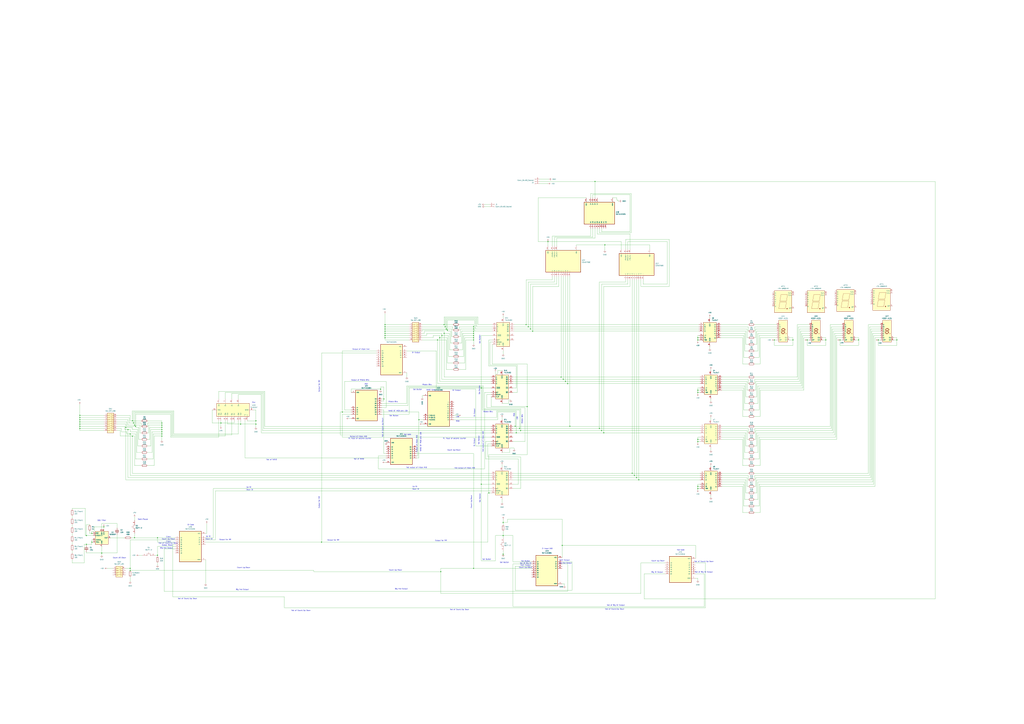
<source format=kicad_sch>
(kicad_sch (version 20250114) (generator "eeschema") (generator_version "9.0")
  (paper "A0")
  (text "Not Gate\n" (at 473.202 504.952 0) (effects (font (size 1.27 1.27))))
  (text "Big Or Output\n" (at 763.016 664.972 0) (effects (font (size 1.27 1.27))))
  (text "Count Up/Down" (at 764.032 651.764 0) (effects (font (size 1.27 1.27))))
  (text "NAND Gate\n" (at 500.126 453.136 0) (effects (font (size 1.27 1.27))))
  (text "LSB\n" (at 531.368 484.378 0) (effects (font (size 1.27 1.27))))
  (text "Output for MR\n\n" (at 371.602 583.692 90) (effects (font (size 1.27 1.27))))
  (text "Output of triple And\n" (at 419.1 405.892 0) (effects (font (size 1.27 1.27))))
  (text "Up Or" (at 241.808 623.316 0) (effects (font (size 1.27 1.27))))
  (text "Set Button\n" (at 585.724 653.542 0) (effects (font (size 1.27 1.27))))
  (text "Clock\n" (at 195.58 629.158 0) (effects (font (size 1.27 1.27))))
  (text "Not of Count/Up Down\n" (at 217.678 695.706 0) (effects (font (size 1.27 1.27))))
  (text "Or Output" (at 550.926 479.552 90) (effects (font (size 1.27 1.27))))
  (text "Mux\n" (at 294.64 467.614 0) (effects (font (size 1.27 1.27))))
  (text "Big And Output" (at 281.2234 685.038 0) (effects (font (size 1.27 1.27))))
  (text "Up Or" (at 481.838 565.404 0) (effects (font (size 1.27 1.27))))
  (text "Count Up/Down" (at 527.05 522.986 0) (effects (font (size 1.27 1.27))))
  (text "NAND OF MSB and LSB" (at 488.442 513.588 90) (effects (font (size 1.27 1.27))))
  (text "Not of Count/Up Down\n" (at 713.74 707.898 0) (effects (font (size 1.27 1.27))))
  (text "Count Up/DOwn" (at 610.362 659.384 0) (effects (font (size 1.27 1.27))))
  (text "Not of Count/Up Down\n" (at 349.504 709.422 0) (effects (font (size 1.27 1.27))))
  (text "Big And Output" (at 656.59 654.304 0) (effects (font (size 1.27 1.27))))
  (text "Output for MR\n\n" (at 512.064 629.158 0) (effects (font (size 1.27 1.27))))
  (text "Middle Bits" (at 606.298 486.918 90) (effects (font (size 1.27 1.27))))
  (text "Down Or\n" (at 242.824 626.364 0) (effects (font (size 1.27 1.27))))
  (text "MSB" (at 596.9 482.092 90) (effects (font (size 1.27 1.27))))
  (text "Not of Big Or Output\n" (at 715.01 703.326 0) (effects (font (size 1.27 1.27))))
  (text "Set Button\n" (at 610.362 652.018 0) (effects (font (size 1.27 1.27))))
  (text "Count Up/Down" (at 547.37 582.93 90) (effects (font (size 1.27 1.27))))
  (text "Not of NAND\n" (at 315.468 534.162 0) (effects (font (size 1.27 1.27))))
  (text "Not of Count Up/Down" (at 444.246 496.824 90) (effects (font (size 1.27 1.27))))
  (text "Count Up/Down" (at 195.58 626.364 0) (effects (font (size 1.27 1.27))))
  (text "Start/Pause\n" (at 165.862 603.504 0) (effects (font (size 1.27 1.27))))
  (text "Output for MR\n\n" (at 261.62 628.142 0) (effects (font (size 1.27 1.27))))
  (text "Middle Bits" (at 566.674 478.536 0) (effects (font (size 1.27 1.27))))
  (text "Not Of Big Or\n" (at 610.362 654.558 0) (effects (font (size 1.27 1.27))))
  (text "Output of triple AND" (at 416.306 507.238 0) (effects (font (size 1.27 1.27))))
  (text "Middle Bits" (at 495.808 447.04 0) (effects (font (size 1.27 1.27))))
  (text "555 Timer\n" (at 118.11 604.774 0) (effects (font (size 1.27 1.27))))
  (text "Down Or\n" (at 290.068 569.214 0) (effects (font (size 1.27 1.27))))
  (text "Output of Middle Bits" (at 418.338 441.706 0) (effects (font (size 1.27 1.27))))
  (text "Set Button\n" (at 556.733 453.1014 90) (effects (font (size 1.27 1.27))))
  (text "Set Button" (at 557.022 394.208 90) (effects (font (size 1.27 1.27))))
  (text "Output for MR\n\n" (at 371.602 448.564 90) (effects (font (size 1.27 1.27))))
  (text "Not of Big Or Output\n" (at 817.118 664.718 0) (effects (font (size 1.27 1.27))))
  (text "Count Up/Down" (at 459.232 662.432 0) (effects (font (size 1.27 1.27))))
  (text "Not output of triple AND" (at 539.75 543.814 0) (effects (font (size 1.27 1.27))))
  (text "Or Output" (at 530.098 453.644 0) (effects (font (size 1.27 1.27))))
  (text "Or Output" (at 483.108 409.702 0) (effects (font (size 1.27 1.27))))
  (text "Not of Count/Up Down\n" (at 817.372 652.526 0) (effects (font (size 1.27 1.27))))
  (text "2-Input AND" (at 635.508 637.54 0) (effects (font (size 1.27 1.27))))
  (text "Set Button\n" (at 457.454 483.108 0) (effects (font (size 1.27 1.27))))
  (text "Output of triple AND" (at 483.87 515.62 90) (effects (font (size 1.27 1.27))))
  (text "Not output of triple AND" (at 560.832 513.08 90) (effects (font (size 1.27 1.27))))
  (text "LSB\n" (at 600.456 485.902 90) (effects (font (size 1.27 1.27))))
  (text "Output for MR\n\n" (at 387.096 628.65 0) (effects (font (size 1.27 1.27))))
  (text "PL input of second counter\n" (at 417.83 509.524 0) (effects (font (size 1.27 1.27))))
  (text "Or Output" (at 550.672 514.096 90) (effects (font (size 1.27 1.27))))
  (text "Not of NAND\n" (at 416.814 533.4 0) (effects (font (size 1.27 1.27))))
  (text "Set Button\n" (at 557.276 578.612 90) (effects (font (size 1.27 1.27))))
  (text "Their Output" (at 610.108 656.844 0) (effects (font (size 1.27 1.27))))
  (text "Big And Output" (at 193.294 636.778 0) (effects (font (size 1.27 1.27))))
  (text "AND\n" (at 425.196 446.278 0) (effects (font (size 1.27 1.27))))
  (text "Set Button" (at 565.15 649.986 0) (effects (font (size 1.27 1.27))))
  (text "Down Or\n" (at 482.854 568.452 0) (effects (font (size 1.27 1.27))))
  (text "Set Button\n" (at 556.0218 511.302 90) (effects (font (size 1.27 1.27))))
  (text "Middle Bits" (at 456.438 466.852 0) (effects (font (size 1.27 1.27))))
  (text "Not of Count/Up Down\n" (at 195.326 631.19 0) (effects (font (size 1.27 1.27))))
  (text "Up Or" (at 289.052 566.166 0) (effects (font (size 1.27 1.27))))
  (text "Big And Output" (at 465.836 684.276 0) (effects (font (size 1.27 1.27))))
  (text "Not output of triple AND" (at 483.87 543.306 0) (effects (font (size 1.27 1.27))))
  (text "Global Reset\n" (at 194.056 633.476 0) (effects (font (size 1.27 1.27))))
  (text "MSB" (at 531.368 489.458 0) (effects (font (size 1.27 1.27))))
  (text "Their Output" (at 655.32 651.002 0) (effects (font (size 1.27 1.27))))
  (text "Set Button\n" (at 484.886 452.628 0) (effects (font (size 1.27 1.27))))
  (text "NAND OF MSB and LSB" (at 462.026 477.52 0) (effects (font (size 1.27 1.27))))
  (text "Clock\n" (at 195.58 623.824 0) (effects (font (size 1.27 1.27))))
  (text "Count UP/Down\n" (at 138.684 648.208 0) (effects (font (size 1.27 1.27))))
  (text "Not of Count/Up Down\n" (at 533.654 708.406 0) (effects (font (size 1.27 1.27))))
  (text "Or Gate" (at 221.488 609.854 0) (effects (font (size 1.27 1.27))))
  (text "Not Gate\n" (at 790.448 639.064 0) (effects (font (size 1.27 1.27))))
  (text "PL input of second counter\n" (at 527.812 509.524 0) (effects (font (size 1.27 1.27))))
  (text "Count Up/Down" (at 282.956 659.638 0) (effects (font (size 1.27 1.27))))
  (junction (at 182.88 624.84))
  (junction (at 558.8 562.61))
  (junction (at 702.31 284.48))
  (junction (at 615.95 382.27))
  (junction (at 441.96 452.12))
  (junction (at 584.2 643.89))
  (junction (at 447.04 387.35))
  (junction (at 603.25 497.84))
  (junction (at 519.43 383.54))
  (junction (at 118.11 642.62))
  (junction (at 810.26 565.15))
  (junction (at 447.04 389.89))
  (junction (at 511.81 664.21))
  (junction (at 445.77 463.55))
  (junction (at 92.71 495.3))
  (junction (at 739.14 554.99))
  (junction (at 297.18 488.95))
  (junction (at 187.96 491.49))
  (junction (at 182.88 645.16))
  (junction (at 154.94 491.49))
  (junction (at 613.41 379.73))
  (junction (at 584.2 607.06))
  (junction (at 810.26 513.08))
  (junction (at 937.26 394.97))
  (junction (at 92.71 497.84))
  (junction (at 148.59 499.11))
  (junction (at 584.2 622.3))
  (junction (at 153.67 506.73))
  (junction (at 920.75 394.97))
  (junction (at 156.21 494.03))
  (junction (at 734.06 549.91))
  (junction (at 397.51 478.79))
  (junction (at 513.08 389.89))
  (junction (at 958.85 394.97))
  (junction (at 549.91 379.73))
  (junction (at 146.05 496.57))
  (junction (at 604.52 500.38))
  (junction (at 695.96 497.84))
  (junction (at 508 394.97))
  (junction (at 549.91 392.43))
  (junction (at 447.04 379.73))
  (junction (at 373.38 629.92))
  (junction (at 92.71 485.14))
  (junction (at 106.68 629.92))
  (junction (at 899.16 394.97))
  (junction (at 1041.4 394.97))
  (junction (at 187.96 506.73))
  (junction (at 567.69 572.77))
  (junction (at 652.78 633.73))
  (junction (at 810.26 567.69))
  (junction (at 92.71 482.6))
  (junction (at 810.26 510.54))
  (junction (at 447.04 384.81))
  (junction (at 518.16 382.27))
  (junction (at 549.91 660.4))
  (junction (at 549.91 382.27))
  (junction (at 447.04 377.19))
  (junction (at 661.67 495.3))
  (junction (at 810.26 455.93))
  (junction (at 447.04 382.27))
  (junction (at 106.68 619.76))
  (junction (at 447.04 392.43))
  (junction (at 187.96 494.03))
  (junction (at 975.36 394.97))
  (junction (at 636.27 280.67))
  (junction (at 810.26 392.43))
  (junction (at 598.17 495.3))
  (junction (at 651.51 438.15))
  (junction (at 187.96 496.57))
  (junction (at 486.41 487.68))
  (junction (at 599.44 502.92))
  (junction (at 151.13 660.4))
  (junction (at 92.71 492.76))
  (junction (at 549.91 389.89))
  (junction (at 549.91 387.35))
  (junction (at 654.05 440.69))
  (junction (at 157.48 495.3))
  (junction (at 256.54 491.49))
  (junction (at 279.4 492.76))
  (junction (at 187.96 499.11))
  (junction (at 515.62 377.19))
  (junction (at 100.33 632.46))
  (junction (at 618.49 384.81))
  (junction (at 558.8 450.85))
  (junction (at 187.96 501.65))
  (junction (at 153.67 488.95))
  (junction (at 698.5 500.38))
  (junction (at 516.89 379.73))
  (junction (at 120.65 612.14))
  (junction (at 92.71 490.22))
  (junction (at 736.6 552.45))
  (junction (at 656.59 443.23))
  (junction (at 515.62 387.35))
  (junction (at 151.13 662.94))
  (junction (at 297.18 492.76))
  (junction (at 659.13 445.77))
  (junction (at 510.54 392.43))
  (junction (at 741.68 557.53))
  (junction (at 100.33 622.3))
  (junction (at 996.95 394.97))
  (junction (at 690.88 210.82))
  (junction (at 612.14 472.44))
  (junction (at 1019.81 394.97))
  (junction (at 151.13 504.19))
  (junction (at 810.26 453.39))
  (junction (at 156.21 624.84))
  (junction (at 549.91 384.81))
  (junction (at 610.87 377.19))
  (junction (at 549.91 394.97))
  (junction (at 810.26 394.97))
  (junction (at 187.96 504.19))
  (junction (at 92.71 487.68))
  (junction (at 701.04 502.92))
  (wire (pts (xy 447.04 382.27) (xy 447.04 379.73)))
  (wire (pts (xy 443.23 463.55) (xy 445.77 463.55)))
  (wire (pts (xy 491.49 487.68) (xy 486.41 487.68)))
  (wire (pts (xy 495.3 387.35) (xy 513.08 387.35)))
  (wire (pts (xy 264.16 488.95) (xy 264.16 492.76)))
  (wire (pts (xy 819.15 654.05) (xy 819.15 706.12)))
  (wire (pts (xy 269.24 457.035) (xy 304.8 457.035)))
  (wire (pts (xy 867.41 500.38) (xy 867.41 510.54)))
  (wire (pts (xy 1041.4 392.43) (xy 1041.4 394.97)))
  (wire (pts (xy 151.13 482.6) (xy 135.89 482.6)))
  (wire (pts (xy 562.61 455.93) (xy 570.23 455.93)))
  (wire (pts (xy 519.43 383.54) (xy 519.43 384.81)))
  (wire (pts (xy 595.63 557.53) (xy 741.68 557.53)))
  (wire (pts (xy 187.96 494.03) (xy 187.96 496.57)))
  (wire (pts (xy 534.67 382.27) (xy 534.67 391.16)))
  (wire (pts (xy 524.51 391.16) (xy 525.78 391.16)))
  (wire (pts (xy 604.52 474.98) (xy 604.52 500.38)))
  (wire (pts (xy 721.36 280.67) (xy 636.27 280.67)))
  (wire (pts (xy 937.26 394.97) (xy 939.8 394.97)))
  (wire (pts (xy 182.88 624.84) (xy 156.21 624.84)))
  (wire (pts (xy 561.34 474.98) (xy 604.52 474.98)))
  (wire (pts (xy 448.31 473.71) (xy 443.23 473.71)))
  (wire (pts (xy 490.22 382.27) (xy 518.16 382.27)))
  (wire (pts (xy 269.24 463.55) (xy 269.24 457.035)))
  (wire (pts (xy 862.33 483.87) (xy 868.68 483.87)))
  (wire (pts (xy 447.04 389.89) (xy 474.98 389.89)))
  (wire (pts (xy 1009.65 379.73) (xy 1022.35 379.73)))
  (wire (pts (xy 596.9 377.19) (xy 610.87 377.19)))
  (wire (pts (xy 811.53 389.89) (xy 810.26 389.89)))
  (wire (pts (xy 807.72 671.83) (xy 810.26 671.83)))
  (wire (pts (xy 140.97 501.65) (xy 140.97 497.84)))
  (wire (pts (xy 502.92 389.89) (xy 502.92 392.43)))
  (wire (pts (xy 571.5 379.73) (xy 553.72 379.73)))
  (wire (pts (xy 284.48 488.95) (xy 284.48 532.13)))
  (wire (pts (xy 698.5 500.38) (xy 812.8 500.38)))
  (wire (pts (xy 490.22 379.73) (xy 516.89 379.73)))
  (wire (pts (xy 652.78 678.18) (xy 655.32 678.18)))
  (wire (pts (xy 617.22 657.86) (xy 598.17 657.86)))
  (wire (pts (xy 99.06 590.55) (xy 99.06 622.3)))
  (wire (pts (xy 176.53 501.65) (xy 187.96 501.65)))
  (wire (pts (xy 83.82 619.76) (xy 83.82 622.3)))
  (wire (pts (xy 878.84 502.92) (xy 967.74 502.92)))
  (wire (pts (xy 443.23 481.33) (xy 474.98 481.33)))
  (wire (pts (xy 701.04 502.92) (xy 812.8 502.92)))
  (wire (pts (xy 261.62 463.55) (xy 261.62 455.93)))
  (wire (pts (xy 276.86 488.95) (xy 276.86 504.19)))
  (wire (pts (xy 878.84 461.01) (xy 876.3 461.01)))
  (wire (pts (xy 173.99 496.57) (xy 187.96 496.57)))
  (wire (pts (xy 582.93 539.75) (xy 582.93 542.29)))
  (wire (pts (xy 603.25 497.84) (xy 695.96 497.84)))
  (wire (pts (xy 443.23 478.79) (xy 486.41 478.79)))
  (wire (pts (xy 927.1 379.73) (xy 927.1 440.69)))
  (wire (pts (xy 582.93 525.78) (xy 591.82 525.78)))
  (wire (pts (xy 838.2 440.69) (xy 868.68 440.69)))
  (wire (pts (xy 584.2 643.89) (xy 584.2 646.43)))
  (wire (pts (xy 118.11 642.62) (xy 100.33 642.62)))
  (wire (pts (xy 688.34 265.43) (xy 688.34 275.59)))
  (wire (pts (xy 824.23 402.59) (xy 824.23 405.13)))
  (wire (pts (xy 156.21 506.73) (xy 156.21 541.02)))
  (wire (pts (xy 552.45 370.84) (xy 518.16 370.84)))
  (wire (pts (xy 474.98 450.85) (xy 558.8 450.85)))
  (wire (pts (xy 711.2 229.87) (xy 716.28 229.87)))
  (wire (pts (xy 726.44 278.13) (xy 777.24 278.13)))
  (wire (pts (xy 838.2 554.99) (xy 867.41 554.99)))
  (wire (pts (xy 83.82 609.6) (xy 83.82 612.14)))
  (wire (pts (xy 175.26 518.16) (xy 171.45 518.16)))
  (wire (pts (xy 445.77 527.05) (xy 445.77 476.25)))
  (wire (pts (xy 656.59 321.31) (xy 656.59 443.23)))
  (wire (pts (xy 472.44 448.31) (xy 561.34 448.31)))
  (wire (pts (xy 656.59 443.23) (xy 812.8 443.23)))
  (wire (pts (xy 473.71 471.17) (xy 473.71 449.58)))
  (wire (pts (xy 271.78 488.95) (xy 271.78 491.49)))
  (wire (pts (xy 148.59 494.03) (xy 148.59 487.68)))
  (wire (pts (xy 971.55 510.54) (xy 882.65 510.54)))
  (wire (pts (xy 881.38 389.89) (xy 881.38 415.29)))
  (wire (pts (xy 864.87 525.78) (xy 868.68 525.78)))
  (wire (pts (xy 810.26 562.61) (xy 810.26 565.15)))
  (wire (pts (xy 176.53 525.78) (xy 171.45 525.78)))
  (wire (pts (xy 276.86 458.47) (xy 303.53 458.47)))
  (wire (pts (xy 256.54 491.49) (xy 256.54 495.3)))
  (wire (pts (xy 549.91 379.73) (xy 549.91 382.27)))
  (wire (pts (xy 881.38 588.01) (xy 876.3 588.01)))
  (wire (pts (xy 741.68 325.12) (xy 741.68 557.53)))
  (wire (pts (xy 525.78 379.73) (xy 525.78 383.54)))
  (wire (pts (xy 928.37 382.27) (xy 928.37 443.23)))
  (wire (pts (xy 518.16 382.27) (xy 524.51 382.27)))
  (wire (pts (xy 448.31 529.59) (xy 439.42 529.59)))
  (wire (pts (xy 146.05 496.57) (xy 146.05 557.53)))
  (wire (pts (xy 297.18 488.95) (xy 297.18 492.76)))
  (wire (pts (xy 881.38 450.85) (xy 881.38 476.25)))
  (wire (pts (xy 100.33 632.46) (xy 106.68 632.46)))
  (wire (pts (xy 100.33 622.3) (xy 107.95 622.3)))
  (wire (pts (xy 139.7 506.73) (xy 153.67 506.73)))
  (wire (pts (xy 533.4 377.19) (xy 549.91 377.19)))
  (wire (pts (xy 519.43 384.81) (xy 523.24 384.81)))
  (wire (pts (xy 187.96 501.65) (xy 187.96 504.19)))
  (wire (pts (xy 652.78 652.78) (xy 664.21 652.78)))
  (wire (pts (xy 307.34 495.3) (xy 570.23 495.3)))
  (wire (pts (xy 637.54 208.28) (xy 626.11 208.28)))
  (wire (pts (xy 162.56 502.92) (xy 163.83 502.92)))
  (wire (pts (xy 654.05 321.31) (xy 654.05 440.69)))
  (wire (pts (xy 595.63 438.15) (xy 651.51 438.15)))
  (wire (pts (xy 933.45 453.39) (xy 882.65 453.39)))
  (wire (pts (xy 182.88 654.05) (xy 182.88 656.59)))
  (wire (pts (xy 570.23 461.01) (xy 570.23 472.44)))
  (wire (pts (xy 513.08 440.69) (xy 570.23 440.69)))
  (wire (pts (xy 297.18 492.76) (xy 297.18 496.57)))
  (wire (pts (xy 825.5 485.14) (xy 825.5 487.68)))
  (wire (pts (xy 151.13 488.95) (xy 153.67 488.95)))
  (wire (pts (xy 877.57 392.43) (xy 876.3 392.43)))
  (wire (pts (xy 83.82 654.05) (xy 97.79 654.05)))
  (wire (pts (xy 92.71 487.68) (xy 120.65 487.68)))
  (wire (pts (xy 549.91 384.81) (xy 549.91 387.35)))
  (wire (pts (xy 717.55 232.41) (xy 716.28 232.41)))
  (wire (pts (xy 867.41 392.43) (xy 868.68 392.43)))
  (wire (pts (xy 604.52 567.69) (xy 604.52 530.86)))
  (wire (pts (xy 880.11 407.67) (xy 876.3 407.67)))
  (wire (pts (xy 1022.35 392.43) (xy 1016 392.43)))
  (wire (pts (xy 158.75 501.65) (xy 158.75 525.78)))
  (wire (pts (xy 862.33 422.91) (xy 868.68 422.91)))
  (wire (pts (xy 151.13 499.11) (xy 151.13 501.65)))
  (wire (pts (xy 618.49 384.81) (xy 811.53 384.81)))
  (wire (pts (xy 534.67 391.16) (xy 533.4 391.16)))
  (wire (pts (xy 521.97 406.4) (xy 525.78 406.4)))
  (wire (pts (xy 582.93 468.63) (xy 590.55 468.63)))
  (wire (pts (xy 199.39 506.73) (xy 199.39 480.06)))
  (wire (pts (xy 970.28 508) (xy 970.28 389.89)))
  (wire (pts (xy 599.44 450.85) (xy 595.63 450.85)))
  (wire (pts (xy 807.72 654.05) (xy 819.15 654.05)))
  (wire (pts (xy 201.93 504.19) (xy 201.93 477.52)))
  (wire (pts (xy 256.54 488.95) (xy 256.54 491.49)))
  (wire (pts (xy 397.51 508) (xy 570.23 508)))
  (wire (pts (xy 199.39 506.73) (xy 261.62 506.73)))
  (wire (pts (xy 147.32 495.3) (xy 147.32 490.22)))
  (wire (pts (xy 538.48 389.89) (xy 549.91 389.89)))
  (wire (pts (xy 864.87 580.39) (xy 868.68 580.39)))
  (wire (pts (xy 373.38 629.92) (xy 566.42 629.92)))
  (wire (pts (xy 238.76 650.24) (xy 238.76 678.18)))
  (wire (pts (xy 83.82 640.08) (xy 83.82 642.62)))
  (wire (pts (xy 595.63 513.08) (xy 609.6 513.08)))
  (wire (pts (xy 930.91 387.35) (xy 930.91 448.31)))
  (wire (pts (xy 685.8 229.87) (xy 685.8 224.79)))
  (wire (pts (xy 599.44 477.52) (xy 599.44 502.92)))
  (wire (pts (xy 566.42 572.77) (xy 567.69 572.77)))
  (wire (pts (xy 882.65 510.54) (xy 882.65 541.02)))
  (wire (pts (xy 571.5 394.97) (xy 567.69 394.97)))
  (wire (pts (xy 731.52 332.74) (xy 731.52 325.12)))
  (wire (pts (xy 203.2 637.54) (xy 190.5 637.54)))
  (wire (pts (xy 812.8 562.61) (xy 810.26 562.61)))
  (wire (pts (xy 601.98 533.4) (xy 601.98 562.61)))
  (wire (pts (xy 135.89 621.03) (xy 135.89 642.62)))
  (wire (pts (xy 701.04 332.74) (xy 701.04 502.92)))
  (wire (pts (xy 825.5 520.7) (xy 825.5 523.24)))
  (wire (pts (xy 864.87 505.46) (xy 864.87 525.78)))
  (wire (pts (xy 157.48 481.33) (xy 157.48 495.3)))
  (wire (pts (xy 652.78 647.7) (xy 652.78 633.73)))
  (wire (pts (xy 812.8 513.08) (xy 810.26 513.08)))
  (wire (pts (xy 610.87 325.12) (xy 641.35 325.12)))
  (wire (pts (xy 153.67 499.11) (xy 160.02 499.11)))
  (wire (pts (xy 955.04 394.97) (xy 958.85 394.97)))
  (wire (pts (xy 492.76 384.81) (xy 515.62 384.81)))
  (wire (pts (xy 1010.92 382.27) (xy 1010.92 554.99)))
  (wire (pts (xy 511.81 664.21) (xy 511.81 689.61)))
  (wire (pts (xy 899.16 401.32) (xy 899.16 394.97)))
  (wire (pts (xy 92.71 495.3) (xy 120.65 495.3)))
  (wire (pts (xy 576.58 485.14) (xy 576.58 477.52)))
  (wire (pts (xy 811.53 394.97) (xy 810.26 394.97)))
  (wire (pts (xy 527.05 482.6) (xy 532.13 482.6)))
  (wire (pts (xy 153.67 477.52) (xy 153.67 488.95)))
  (wire (pts (xy 533.4 379.73) (xy 533.4 383.54)))
  (wire (pts (xy 877.57 453.39) (xy 876.3 453.39)))
  (wire (pts (xy 867.41 382.27) (xy 867.41 392.43)))
  (wire (pts (xy 899.16 394.97) (xy 901.7 394.97)))
  (wire (pts (xy 394.97 505.46) (xy 394.97 478.79)))
  (wire (pts (xy 154.94 478.79) (xy 154.94 491.49)))
  (wire (pts (xy 933.45 392.43) (xy 933.45 453.39)))
  (wire (pts (xy 810.26 565.15) (xy 812.8 565.15)))
  (wire (pts (xy 447.04 377.19) (xy 447.04 364.49)))
  (wire (pts (xy 1012.19 384.81) (xy 1022.35 384.81)))
  (wire (pts (xy 506.73 452.12) (xy 552.45 452.12)))
  (wire (pts (xy 303.53 502.92) (xy 570.23 502.92)))
  (wire (pts (xy 107.95 627.38) (xy 106.68 627.38)))
  (wire (pts (xy 774.7 330.2) (xy 746.76 330.2)))
  (wire (pts (xy 812.8 450.85) (xy 810.26 450.85)))
  (wire (pts (xy 567.69 425.45) (xy 599.44 425.45)))
  (wire (pts (xy 148.59 499.11) (xy 148.59 554.99)))
  (wire (pts (xy 615.95 330.2) (xy 615.95 382.27)))
  (wire (pts (xy 100.33 609.6) (xy 100.33 622.3)))
  (wire (pts (xy 876.3 497.84) (xy 876.3 502.92)))
  (wire (pts (xy 128.27 624.84) (xy 144.78 624.84)))
  (wire (pts (xy 864.87 560.07) (xy 864.87 580.39)))
  (wire (pts (xy 734.06 325.12) (xy 734.06 549.91)))
  (wire (pts (xy 146.05 492.76) (xy 135.89 492.76)))
  (wire (pts (xy 810.26 455.93) (xy 810.26 457.2)))
  (wire (pts (xy 838.2 508) (xy 863.6 508)))
  (wire (pts (xy 146.05 496.57) (xy 146.05 492.76)))
  (wire (pts (xy 1016 565.15) (xy 882.65 565.15)))
  (wire (pts (xy 577.85 434.34) (xy 575.31 434.34)))
  (wire (pts (xy 254 454.66) (xy 307.34 454.66)))
  (wire (pts (xy 595.63 500.38) (xy 604.52 500.38)))
  (wire (pts (xy 92.71 487.68) (xy 92.71 485.14)))
  (wire (pts (xy 901.7 384.81) (xy 878.84 384.81)))
  (wire (pts (xy 106.68 627.38) (xy 106.68 629.92)))
  (wire (pts (xy 595.63 495.3) (xy 598.17 495.3)))
  (wire (pts (xy 1010.92 554.99) (xy 877.57 554.99)))
  (wire (pts (xy 240.03 608.33) (xy 240.03 619.76)))
  (wire (pts (xy 1009.65 552.45) (xy 1009.65 379.73)))
  (wire (pts (xy 1013.46 387.35) (xy 1013.46 560.07)))
  (wire (pts (xy 877.57 382.27) (xy 877.57 392.43)))
  (wire (pts (xy 882.65 483.87) (xy 876.3 483.87)))
  (wire (pts (xy 515.62 387.35) (xy 521.97 387.35)))
  (wire (pts (xy 568.96 397.51) (xy 568.96 424.18)))
  (wire (pts (xy 118.11 608.33) (xy 135.89 608.33)))
  (wire (pts (xy 304.8 457.035) (xy 304.8 500.38)))
  (wire (pts (xy 187.96 499.11) (xy 187.96 501.65)))
  (wire (pts (xy 661.67 321.31) (xy 661.67 495.3)))
  (wire (pts (xy 180.34 645.16) (xy 182.88 645.16)))
  (wire (pts (xy 563.88 513.08) (xy 563.88 533.4)))
  (wire (pts (xy 838.2 497.84) (xy 868.68 497.84)))
  (wire (pts (xy 516.89 379.73) (xy 525.78 379.73)))
  (wire (pts (xy 203.2 627.38) (xy 151.13 627.38)))
  (wire (pts (xy 566.42 629.92) (xy 566.42 572.77)))
  (wire (pts (xy 539.75 421.64) (xy 533.4 421.64)))
  (wire (pts (xy 201.93 504.19) (xy 276.86 504.19)))
  (wire (pts (xy 838.2 505.46) (xy 864.87 505.46)))
  (wire (pts (xy 864.87 468.63) (xy 868.68 468.63)))
  (wire (pts (xy 880.11 468.63) (xy 876.3 468.63)))
  (wire (pts (xy 447.04 377.19) (xy 474.98 377.19)))
  (wire (pts (xy 549.91 392.43) (xy 549.91 394.97)))
  (wire (pts (xy 201.93 477.52) (xy 153.67 477.52)))
  (wire (pts (xy 728.98 330.2) (xy 728.98 325.12)))
  (wire (pts (xy 867.41 565.15) (xy 868.68 565.15)))
  (wire (pts (xy 596.9 520.7) (xy 596.9 521.97)))
  (wire (pts (xy 565.15 473.71) (xy 565.15 458.47)))
  (wire (pts (xy 250.19 627.38) (xy 250.19 570.23)))
  (wire (pts (xy 558.8 450.85) (xy 558.8 562.61)))
  (wire (pts (xy 862.33 453.39) (xy 862.33 483.87)))
  (wire (pts (xy 965.2 497.84) (xy 876.3 497.84)))
  (wire (pts (xy 179.07 541.02) (xy 179.07 506.73)))
  (wire (pts (xy 812.8 567.69) (xy 810.26 567.69)))
  (wire (pts (xy 558.8 389.89) (xy 558.8 450.85)))
  (wire (pts (xy 881.38 533.4) (xy 876.3 533.4)))
  (wire (pts (xy 177.8 533.4) (xy 171.45 533.4)))
  (wire (pts (xy 610.87 377.19) (xy 811.53 377.19)))
  (wire (pts (xy 553.72 379.73) (xy 553.72 369.57)))
  (wire (pts (xy 472.44 407.67) (xy 506.73 407.67)))
  (wire (pts (xy 975.36 394.97) (xy 977.9 394.97)))
  (wire (pts (xy 571.5 384.81) (xy 551.18 384.81)))
  (wire (pts (xy 864.87 407.67) (xy 868.68 407.67)))
  (wire (pts (xy 836.93 384.81) (xy 866.14 384.81)))
  (wire (pts (xy 153.67 496.57) (xy 146.05 496.57)))
  (wire (pts (xy 600.71 424.18) (xy 600.71 455.93)))
  (wire (pts (xy 490.22 383.54) (xy 490.22 384.81)))
  (wire (pts (xy 151.13 670.56) (xy 151.13 675.64)))
  (wire (pts (xy 591.82 520.7) (xy 596.9 520.7)))
  (wire (pts (xy 570.23 567.69) (xy 247.65 567.69)))
  (wire (pts (xy 810.26 508) (xy 810.26 510.54)))
  (wire (pts (xy 958.85 401.32) (xy 937.26 401.32)))
  (wire (pts (xy 582.93 430.53) (xy 577.85 430.53)))
  (wire (pts (xy 652.78 655.32) (xy 659.13 655.32)))
  (wire (pts (xy 306.07 497.84) (xy 570.23 497.84)))
  (wire (pts (xy 876.3 495.3) (xy 963.93 495.3)))
  (wire (pts (xy 156.21 619.76) (xy 156.21 624.84)))
  (wire (pts (xy 443.23 466.09) (xy 445.77 466.09)))
  (wire (pts (xy 920.75 392.43) (xy 920.75 394.97)))
  (wire (pts (xy 560.07 476.25) (xy 603.25 476.25)))
  (wire (pts (xy 172.72 502.92) (xy 171.45 502.92)))
  (wire (pts (xy 963.93 495.3) (xy 963.93 377.19)))
  (wire (pts (xy 655.32 678.18) (xy 655.32 680.72)))
  (wire (pts (xy 595.63 497.84) (xy 603.25 497.84)))
  (wire (pts (xy 515.62 368.3) (xy 515.62 377.19)))
  (wire (pts (xy 156.21 600.71) (xy 156.21 604.52)))
  (wire (pts (xy 993.14 392.43) (xy 996.95 392.43)))
  (wire (pts (xy 878.84 557.53) (xy 878.84 572.77)))
  (wire (pts (xy 182.88 629.92) (xy 182.88 624.84)))
  (wire (pts (xy 838.2 450.85) (xy 863.6 450.85)))
  (wire (pts (xy 836.93 389.89) (xy 863.6 389.89)))
  (wire (pts (xy 589.28 603.25) (xy 589.28 607.06)))
  (wire (pts (xy 881.38 508) (xy 881.38 533.4)))
  (wire (pts (xy 568.96 424.18) (xy 600.71 424.18)))
  (wire (pts (xy 571.5 377.19) (xy 554.99 377.19)))
  (wire (pts (xy 624.84 229.87) (xy 624.84 280.67)))
  (wire (pts (xy 520.7 414.02) (xy 525.78 414.02)))
  (wire (pts (xy 92.71 500.38) (xy 92.71 497.84)))
  (wire (pts (xy 932.18 450.85) (xy 881.38 450.85)))
  (wire (pts (xy 407.67 476.25) (xy 400.05 476.25)))
  (wire (pts (xy 447.04 382.27) (xy 474.98 382.27)))
  (wire (pts (xy 571.5 382.27) (xy 552.45 382.27)))
  (wire (pts (xy 294.64 476.25) (xy 297.18 476.25)))
  (wire (pts (xy 966.47 500.38) (xy 877.57 500.38)))
  (wire (pts (xy 862.33 392.43) (xy 862.33 422.91)))
  (wire (pts (xy 284.48 532.13) (xy 448.31 532.13)))
  (wire (pts (xy 92.71 500.38) (xy 120.65 500.38)))
  (wire (pts (xy 866.14 461.01) (xy 868.68 461.01)))
  (wire (pts (xy 106.68 629.92) (xy 107.95 629.92)))
  (wire (pts (xy 596.9 384.81) (xy 618.49 384.81)))
  (wire (pts (xy 151.13 504.19) (xy 151.13 552.45)))
  (wire (pts (xy 939.8 387.35) (xy 930.91 387.35)))
  (wire (pts (xy 661.67 495.3) (xy 812.8 495.3)))
  (wire (pts (xy 565.15 458.47) (xy 570.23 458.47)))
  (wire (pts (xy 570.23 513.08) (xy 563.88 513.08)))
  (wire (pts (xy 261.62 488.95) (xy 261.62 506.73)))
  (wire (pts (xy 256.54 491.49) (xy 271.78 491.49)))
  (wire (pts (xy 651.51 438.15) (xy 812.8 438.15)))
  (wire (pts (xy 728.98 289.56) (xy 728.98 280.67)))
  (wire (pts (xy 878.84 557.53) (xy 1012.19 557.53)))
  (wire (pts (xy 172.72 494.03) (xy 172.72 502.92)))
  (wire (pts (xy 925.83 438.15) (xy 925.83 377.19)))
  (wire (pts (xy 407.67 452.12) (xy 441.96 452.12)))
  (wire (pts (xy 1013.46 560.07) (xy 880.11 560.07)))
  (wire (pts (xy 397.51 407.67) (xy 436.88 407.67)))
  (wire (pts (xy 162.56 494.03) (xy 162.56 502.92)))
  (wire (pts (xy 549.91 389.89) (xy 549.91 392.43)))
  (wire (pts (xy 535.94 398.78) (xy 533.4 398.78)))
  (wire (pts (xy 916.94 392.43) (xy 920.75 392.43)))
  (wire (pts (xy 157.48 504.19) (xy 157.48 533.4)))
  (wire (pts (xy 549.91 377.19) (xy 549.91 379.73)))
  (wire (pts (xy 279.4 492.76) (xy 297.18 492.76)))
  (wire (pts (xy 147.32 501.65) (xy 147.32 504.19)))
  (wire (pts (xy 151.13 501.65) (xy 158.75 501.65)))
  (wire (pts (xy 866.14 518.16) (xy 868.68 518.16)))
  (wire (pts (xy 599.44 425.45) (xy 599.44 450.85)))
  (wire (pts (xy 882.65 541.02) (xy 876.3 541.02)))
  (wire (pts (xy 519.43 392.43) (xy 519.43 421.64)))
  (wire (pts (xy 877.57 510.54) (xy 876.3 510.54)))
  (wire (pts (xy 939.8 389.89) (xy 932.18 389.89)))
  (wire (pts (xy 140.97 497.84) (xy 135.89 497.84)))
  (wire (pts (xy 876.3 552.45) (xy 1009.65 552.45)))
  (wire (pts (xy 882.65 392.43) (xy 882.65 422.91)))
  (wire (pts (xy 993.14 394.97) (xy 996.95 394.97)))
  (wire (pts (xy 882.65 453.39) (xy 882.65 483.87)))
  (wire (pts (xy 187.96 491.49) (xy 187.96 494.03)))
  (wire (pts (xy 977.9 379.73) (xy 965.2 379.73)))
  (wire (pts (xy 882.65 422.91) (xy 876.3 422.91)))
  (wire (pts (xy 553.72 369.57) (xy 516.89 369.57)))
  (wire (pts (xy 146.05 660.4) (xy 151.13 660.4)))
  (wire (pts (xy 693.42 271.78) (xy 731.52 271.78)))
  (wire (pts (xy 549.91 527.05) (xy 549.91 660.4)))
  (wire (pts (xy 447.04 387.35) (xy 447.04 384.81)))
  (wire (pts (xy 508 394.97) (xy 508 445.77)))
  (wire (pts (xy 124.46 660.4) (xy 130.81 660.4)))
  (wire (pts (xy 868.68 552.45) (xy 868.68 557.53)))
  (wire (pts (xy 151.13 488.95) (xy 151.13 482.6)))
  (wire (pts (xy 746.76 330.2) (xy 746.76 325.12)))
  (wire (pts (xy 539.75 392.43) (xy 549.91 392.43)))
  (wire (pts (xy 930.91 448.31) (xy 880.11 448.31)))
  (wire (pts (xy 104.14 609.6) (xy 100.33 609.6)))
  (wire (pts (xy 187.96 488.95) (xy 187.96 491.49)))
  (wire (pts (xy 83.82 591.82) (xy 83.82 590.55)))
  (wire (pts (xy 1085.85 695.96) (xy 748.03 695.96)))
  (wire (pts (xy 863.6 588.01) (xy 868.68 588.01)))
  (wire (pts (xy 876.3 379.73) (xy 876.3 384.81)))
  (wire (pts (xy 151.13 504.19) (xy 157.48 504.19)))
  (wire (pts (xy 502.92 392.43) (xy 490.22 392.43)))
  (wire (pts (xy 307.34 454.66) (xy 307.34 495.3)))
  (wire (pts (xy 610.87 325.12) (xy 610.87 377.19)))
  (wire (pts (xy 920.75 394.97) (xy 920.75 401.32)))
  (wire (pts (xy 1041.4 401.32) (xy 1019.81 401.32)))
  (wire (pts (xy 975.36 401.32) (xy 975.36 394.97)))
  (wire (pts (xy 538.48 414.02) (xy 533.4 414.02)))
  (wire (pts (xy 698.5 269.24) (xy 698.5 265.43)))
  (wire (pts (xy 190.5 687.07) (xy 659.13 687.07)))
  (wire (pts (xy 598.17 495.3) (xy 661.67 495.3)))
  (wire (pts (xy 595.63 652.78) (xy 595.63 622.3)))
  (wire (pts (xy 515.62 438.15) (xy 515.62 387.35)))
  (wire (pts (xy 549.91 394.97) (xy 549.91 400.05)))
  (wire (pts (xy 864.87 448.31) (xy 864.87 468.63)))
  (wire (pts (xy 490.22 459.74) (xy 490.22 462.28)))
  (wire (pts (xy 575.31 431.8) (xy 575.31 434.34)))
  (wire (pts (xy 1012.19 557.53) (xy 1012.19 384.81)))
  (wire (pts (xy 297.18 476.25) (xy 297.18 488.95)))
  (wire (pts (xy 502.92 389.89) (xy 510.54 389.89)))
  (wire (pts (xy 863.6 450.85) (xy 863.6 476.25)))
  (wire (pts (xy 537.21 387.35) (xy 549.91 387.35)))
  (wire (pts (xy 157.48 496.57) (xy 161.29 496.57)))
  (wire (pts (xy 1022.35 387.35) (xy 1013.46 387.35)))
  (wire (pts (xy 83.82 650.24) (xy 83.82 654.05)))
  (wire (pts (xy 153.67 506.73) (xy 153.67 549.91)))
  (wire (pts (xy 646.43 276.86) (xy 690.88 276.86)))
  (wire (pts (xy 161.29 510.54) (xy 163.83 510.54)))
  (wire (pts (xy 246.38 491.49) (xy 256.54 491.49)))
  (wire (pts (xy 558.8 651.51) (xy 575.31 651.51)))
  (wire (pts (xy 153.67 549.91) (xy 570.23 549.91)))
  (wire (pts (xy 182.88 645.16) (xy 182.88 646.43)))
  (wire (pts (xy 838.2 453.39) (xy 862.33 453.39)))
  (wire (pts (xy 963.93 377.19) (xy 977.9 377.19)))
  (wire (pts (xy 148.59 499.11) (xy 151.13 499.11)))
  (wire (pts (xy 140.97 501.65) (xy 147.32 501.65)))
  (wire (pts (xy 135.89 485.14) (xy 149.86 485.14)))
  (wire (pts (xy 439.42 544.83) (xy 562.61 544.83)))
  (wire (pts (xy 732.79 224.79) (xy 732.79 270.51)))
  (wire (pts (xy 867.41 443.23) (xy 867.41 453.39)))
  (wire (pts (xy 571.5 400.05) (xy 571.5 422.91)))
  (wire (pts (xy 448.31 443.23) (xy 448.31 473.71)))
  (wire (pts (xy 836.93 379.73) (xy 868.68 379.73)))
  (wire (pts (xy 552.45 518.16) (xy 570.23 518.16)))
  (wire (pts (xy 443.23 468.63) (xy 472.44 468.63)))
  (wire (pts (xy 203.2 635) (xy 182.88 635)))
  (wire (pts (xy 867.41 554.99) (xy 867.41 565.15)))
  (wire (pts (xy 878.84 572.77) (xy 876.3 572.77)))
  (wire (pts (xy 615.95 382.27) (xy 811.53 382.27)))
  (wire (pts (xy 200.66 632.46) (xy 203.2 632.46)))
  (wire (pts (xy 153.67 506.73) (xy 156.21 506.73)))
  (wire (pts (xy 810.26 392.43) (xy 810.26 394.97)))
  (wire (pts (xy 157.48 495.3) (xy 157.48 496.57)))
  (wire (pts (xy 135.89 500.38) (xy 139.7 500.38)))
  (wire (pts (xy 447.04 379.73) (xy 447.04 377.19)))
  (wire (pts (xy 928.37 443.23) (xy 877.57 443.23)))
  (wire (pts (xy 92.71 495.3) (xy 92.71 492.76)))
  (wire (pts (xy 929.64 445.77) (xy 878.84 445.77)))
  (wire (pts (xy 448.31 527.05) (xy 445.77 527.05)))
  (wire (pts (xy 558.8 562.61) (xy 558.8 651.51)))
  (wire (pts (xy 175.26 499.11) (xy 187.96 499.11)))
  (wire (pts (xy 523.24 398.78) (xy 525.78 398.78)))
  (wire (pts (xy 520.7 389.89) (xy 520.7 414.02)))
  (wire (pts (xy 690.88 210.82) (xy 1085.85 210.82)))
  (wire (pts (xy 617.22 652.78) (xy 595.63 652.78)))
  (wire (pts (xy 566.42 515.62) (xy 570.23 515.62)))
  (wire (pts (xy 810.26 392.43) (xy 811.53 392.43)))
  (wire (pts (xy 868.68 440.69) (xy 868.68 445.77)))
  (wire (pts (xy 109.22 612.14) (xy 120.65 612.14)))
  (wire (pts (xy 838.2 443.23) (xy 867.41 443.23)))
  (wire (pts (xy 566.42 530.86) (xy 566.42 515.62)))
  (wire (pts (xy 836.93 377.19) (xy 868.68 377.19)))
  (wire (pts (xy 541.02 394.97) (xy 549.91 394.97)))
  (wire (pts (xy 659.13 445.77) (xy 812.8 445.77)))
  (wire (pts (xy 571.5 397.51) (xy 568.96 397.51)))
  (wire (pts (xy 508 445.77) (xy 570.23 445.77)))
  (wire (pts (xy 817.88 666.75) (xy 817.88 704.85)))
  (wire (pts (xy 577.85 487.68) (xy 577.85 478.79)))
  (wire (pts (xy 901.7 379.73) (xy 876.3 379.73)))
  (wire (pts (xy 151.13 552.45) (xy 570.23 552.45)))
  (wire (pts (xy 754.38 289.56) (xy 754.38 284.48)))
  (wire (pts (xy 400.05 476.25) (xy 400.05 443.23)))
  (wire (pts (xy 1019.81 394.97) (xy 1022.35 394.97)))
  (wire (pts (xy 880.11 448.31) (xy 880.11 468.63)))
  (wire (pts (xy 269.24 488.95) (xy 269.24 505.46)))
  (wire (pts (xy 198.12 481.33) (xy 157.48 481.33)))
  (wire (pts (xy 436.88 410.21) (xy 373.38 410.21)))
  (wire (pts (xy 120.65 612.14) (xy 120.65 614.68)))
  (wire (pts (xy 515.62 377.19) (xy 525.78 377.19)))
  (wire (pts (xy 996.95 392.43) (xy 996.95 394.97)))
  (wire (pts (xy 506.73 407.67) (xy 506.73 452.12)))
  (wire (pts (xy 533.4 429.26) (xy 541.02 429.26)))
  (wire (pts (xy 510.54 389.89) (xy 510.54 392.43)))
  (wire (pts (xy 810.26 450.85) (xy 810.26 453.39)))
  (wire (pts (xy 161.29 496.57) (xy 161.29 510.54)))
  (wire (pts (xy 862.33 595.63) (xy 868.68 595.63)))
  (wire (pts (xy 862.33 510.54) (xy 862.33 541.02)))
  (wire (pts (xy 881.38 415.29) (xy 876.3 415.29)))
  (wire (pts (xy 254 463.55) (xy 254 454.66)))
  (wire (pts (xy 563.88 533.4) (xy 601.98 533.4)))
  (wire (pts (xy 877.57 500.38) (xy 877.57 510.54)))
  (wire (pts (xy 652.78 603.25) (xy 589.28 603.25)))
  (wire (pts (xy 533.4 379.73) (xy 549.91 379.73)))
  (wire (pts (xy 445.77 476.25) (xy 443.23 476.25)))
  (wire (pts (xy 486.41 532.13) (xy 483.87 532.13)))
  (wire (pts (xy 685.8 224.79) (xy 732.79 224.79)))
  (wire (pts (xy 1019.81 401.32) (xy 1019.81 394.97)))
  (wire (pts (xy 97.79 632.46) (xy 100.33 632.46)))
  (wire (pts (xy 92.71 482.6) (xy 120.65 482.6)))
  (wire (pts (xy 590.55 468.63) (xy 590.55 464.82)))
  (wire (pts (xy 287.02 488.95) (xy 297.18 488.95)))
  (wire (pts (xy 810.26 567.69) (xy 810.26 568.96)))
  (wire (pts (xy 567.69 528.32) (xy 612.14 528.32)))
  (wire (pts (xy 447.04 394.97) (xy 447.04 392.43)))
  (wire (pts (xy 866.14 445.77) (xy 866.14 461.01)))
  (wire (pts (xy 866.14 400.05) (xy 868.68 400.05)))
  (wire (pts (xy 807.72 666.75) (xy 817.88 666.75)))
  (wire (pts (xy 651.51 321.31) (xy 651.51 438.15)))
  (wire (pts (xy 1016 392.43) (xy 1016 565.15)))
  (wire (pts (xy 554.99 368.3) (xy 515.62 368.3)))
  (wire (pts (xy 199.39 480.06) (xy 156.21 480.06)))
  (wire (pts (xy 203.2 624.84) (xy 182.88 624.84)))
  (wire (pts (xy 731.52 289.56) (xy 731.52 271.78)))
  (wire (pts (xy 513.08 387.35) (xy 513.08 389.89)))
  (wire (pts (xy 279.4 488.95) (xy 279.4 492.76)))
  (wire (pts (xy 810.26 671.83) (xy 810.26 674.37)))
  (wire (pts (xy 562.61 237.49) (xy 568.96 237.49)))
  (wire (pts (xy 810.26 565.15) (xy 810.26 567.69)))
  (wire (pts (xy 927.1 440.69) (xy 876.3 440.69)))
  (wire (pts (xy 439.42 529.59) (xy 439.42 544.83)))
  (wire (pts (xy 551.18 384.81) (xy 551.18 372.11)))
  (wire (pts (xy 810.26 389.89) (xy 810.26 392.43)))
  (wire (pts (xy 584.2 617.22) (xy 584.2 622.3)))
  (wire (pts (xy 149.86 491.49) (xy 154.94 491.49)))
  (wire (pts (xy 838.2 445.77) (xy 866.14 445.77)))
  (wire (pts (xy 866.14 384.81) (xy 866.14 400.05)))
  (wire (pts (xy 736.6 552.45) (xy 812.8 552.45)))
  (wire (pts (xy 880.11 387.35) (xy 880.11 407.67)))
  (wire (pts (xy 92.71 497.84) (xy 92.71 495.3)))
  (wire (pts (xy 364.49 664.21) (xy 364.49 662.94)))
  (wire (pts (xy 867.41 453.39) (xy 868.68 453.39)))
  (wire (pts (xy 173.99 496.57) (xy 173.99 510.54)))
  (wire (pts (xy 595.63 445.77) (xy 659.13 445.77)))
  (wire (pts (xy 717.55 233.68) (xy 718.82 233.68)))
  (wire (pts (xy 877.57 554.99) (xy 877.57 565.15)))
  (wire (pts (xy 693.42 271.78) (xy 693.42 265.43)))
  (wire (pts (xy 552.45 382.27) (xy 552.45 370.84)))
  (wire (pts (xy 146.05 557.53) (xy 570.23 557.53)))
  (wire (pts (xy 92.71 490.22) (xy 120.65 490.22)))
  (wire (pts (xy 447.04 379.73) (xy 474.98 379.73)))
  (wire (pts (xy 582.93 580.39) (xy 582.93 584.2)))
  (wire (pts (xy 153.67 496.57) (xy 153.67 499.11)))
  (wire (pts (xy 246.38 476.25) (xy 246.38 491.49)))
  (wire (pts (xy 609.6 513.08) (xy 609.6 473.71)))
  (wire (pts (xy 176.53 501.65) (xy 176.53 525.78)))
  (wire (pts (xy 862.33 565.15) (xy 862.33 595.63)))
  (wire (pts (xy 868.68 495.3) (xy 838.2 495.3)))
  (wire (pts (xy 624.84 280.67) (xy 636.27 280.67)))
  (wire (pts (xy 539.75 392.43) (xy 539.75 421.64)))
  (wire (pts (xy 518.16 429.26) (xy 525.78 429.26)))
  (wire (pts (xy 486.41 487.68) (xy 486.41 532.13)))
  (wire (pts (xy 570.23 472.44) (xy 612.14 472.44)))
  (wire (pts (xy 584.2 622.3) (xy 584.2 624.84)))
  (wire (pts (xy 744.22 332.74) (xy 744.22 325.12)))
  (wire (pts (xy 955.04 392.43) (xy 958.85 392.43)))
  (wire (pts (xy 939.8 392.43) (xy 933.45 392.43)))
  (wire (pts (xy 171.45 488.95) (xy 187.96 488.95)))
  (wire (pts (xy 744.22 654.05) (xy 772.16 654.05)))
  (wire (pts (xy 203.2 629.92) (xy 182.88 629.92)))
  (wire (pts (xy 741.68 557.53) (xy 812.8 557.53)))
  (wire (pts (xy 970.28 389.89) (xy 977.9 389.89)))
  (wire (pts (xy 838.2 500.38) (xy 867.41 500.38)))
  (wire (pts (xy 878.84 384.81) (xy 878.84 400.05)))
  (wire (pts (xy 549.91 660.4) (xy 511.81 660.4)))
  (wire (pts (xy 1022.35 382.27) (xy 1010.92 382.27)))
  (wire (pts (xy 595.63 440.69) (xy 654.05 440.69)))
  (wire (pts (xy 1022.35 377.19) (xy 1008.38 377.19)))
  (wire (pts (xy 584.2 607.06) (xy 584.2 609.6)))
  (wire (pts (xy 716.28 232.41) (xy 716.28 229.87)))
  (wire (pts (xy 407.67 481.33) (xy 397.51 481.33)))
  (wire (pts (xy 604.52 530.86) (xy 566.42 530.86)))
  (wire (pts (xy 106.68 619.76) (xy 107.95 619.76)))
  (wire (pts (xy 148.59 494.03) (xy 156.21 494.03)))
  (wire (pts (xy 560.07 449.58) (xy 560.07 476.25)))
  (wire (pts (xy 175.26 499.11) (xy 175.26 518.16)))
  (wire (pts (xy 508 394.97) (xy 518.16 394.97)))
  (wire (pts (xy 445.77 463.55) (xy 445.77 449.58)))
  (wire (pts (xy 726.44 327.66) (xy 726.44 325.12)))
  (wire (pts (xy 1022.35 389.89) (xy 1014.73 389.89)))
  (wire (pts (xy 447.04 387.35) (xy 474.98 387.35)))
  (wire (pts (xy 880.11 505.46) (xy 880.11 525.78)))
  (wire (pts (xy 187.96 504.19) (xy 187.96 506.73)))
  (wire (pts (xy 636.27 213.36) (xy 626.11 213.36)))
  (wire (pts (xy 200.66 693.42) (xy 200.66 632.46)))
  (wire (pts (xy 589.28 607.06) (xy 584.2 607.06)))
  (wire (pts (xy 925.83 377.19) (xy 939.8 377.19)))
  (wire (pts (xy 641.35 321.31) (xy 641.35 325.12)))
  (wire (pts (xy 965.2 379.73) (xy 965.2 497.84)))
  (wire (pts (xy 486.41 478.79) (xy 486.41 487.68)))
  (wire (pts (xy 958.85 392.43) (xy 958.85 394.97)))
  (wire (pts (xy 641.35 285.75) (xy 641.35 274.32)))
  (wire (pts (xy 732.79 270.51) (xy 695.96 270.51)))
  (wire (pts (xy 173.99 510.54) (xy 171.45 510.54)))
  (wire (pts (xy 254 488.95) (xy 254 508)))
  (wire (pts (xy 838.2 565.15) (xy 862.33 565.15)))
  (wire (pts (xy 868.68 438.15) (xy 838.2 438.15)))
  (wire (pts (xy 405.13 486.41) (xy 407.67 486.41)))
  (wire (pts (xy 878.84 518.16) (xy 876.3 518.16)))
  (wire (pts (xy 447.04 389.89) (xy 447.04 387.35)))
  (wire (pts (xy 250.19 570.23) (xy 570.23 570.23)))
  (wire (pts (xy 247.65 567.69) (xy 247.65 624.84)))
  (wire (pts (xy 364.49 664.21) (xy 511.81 664.21)))
  (wire (pts (xy 812.8 508) (xy 810.26 508)))
  (wire (pts (xy 397.51 481.33) (xy 397.51 508)))
  (wire (pts (xy 541.02 429.26) (xy 541.02 394.97)))
  (wire (pts (xy 490.22 383.54) (xy 519.43 383.54)))
  (wire (pts (xy 151.13 627.38) (xy 151.13 660.4)))
  (wire (pts (xy 330.2 693.42) (xy 200.66 693.42)))
  (wire (pts (xy 157.48 533.4) (xy 163.83 533.4)))
  (wire (pts (xy 838.2 502.92) (xy 866.14 502.92)))
  (wire (pts (xy 441.96 449.58) (xy 441.96 452.12)))
  (wire (pts (xy 613.41 379.73) (xy 811.53 379.73)))
  (wire (pts (xy 535.94 384.81) (xy 549.91 384.81)))
  (wire (pts (xy 160.02 518.16) (xy 163.83 518.16)))
  (wire (pts (xy 527.05 485.14) (xy 576.58 485.14)))
  (wire (pts (xy 739.14 554.99) (xy 812.8 554.99)))
  (wire (pts (xy 177.8 504.19) (xy 187.96 504.19)))
  (wire (pts (xy 447.04 392.43) (xy 474.98 392.43)))
  (wire (pts (xy 996.95 394.97) (xy 996.95 401.32)))
  (wire (pts (xy 969.01 505.46) (xy 880.11 505.46)))
  (wire (pts (xy 868.68 379.73) (xy 868.68 384.81)))
  (wire (pts (xy 864.87 387.35) (xy 864.87 407.67)))
  (wire (pts (xy 698.5 330.2) (xy 698.5 500.38)))
  (wire (pts (xy 977.9 387.35) (xy 969.01 387.35)))
  (wire (pts (xy 445.77 466.09) (xy 445.77 463.55)))
  (wire (pts (xy 810.26 394.97) (xy 810.26 396.24)))
  (wire (pts (xy 825.5 541.02) (xy 825.5 542.29)))
  (wire (pts (xy 83.82 590.55) (xy 99.06 590.55)))
  (wire (pts (xy 485.14 529.59) (xy 483.87 529.59)))
  (wire (pts (xy 996.95 401.32) (xy 975.36 401.32)))
  (wire (pts (xy 636.27 280.67) (xy 636.27 285.75)))
  (wire (pts (xy 863.6 389.89) (xy 863.6 415.29)))
  (wire (pts (xy 754.38 284.48) (xy 702.31 284.48)))
  (wire (pts (xy 240.03 619.76) (xy 238.76 619.76)))
  (wire (pts (xy 535.94 384.81) (xy 535.94 398.78)))
  (wire (pts (xy 695.96 497.84) (xy 812.8 497.84)))
  (wire (pts (xy 537.21 406.4) (xy 533.4 406.4)))
  (wire (pts (xy 824.23 368.3) (xy 824.23 369.57)))
  (wire (pts (xy 483.87 527.05) (xy 549.91 527.05)))
  (wire (pts (xy 151.13 662.94) (xy 364.49 662.94)))
  (wire (pts (xy 863.6 476.25) (xy 868.68 476.25)))
  (wire (pts (xy 669.29 284.48) (xy 669.29 285.75)))
  (wire (pts (xy 695.96 270.51) (xy 695.96 265.43)))
  (wire (pts (xy 519.43 372.11) (xy 519.43 383.54)))
  (wire (pts (xy 810.26 453.39) (xy 810.26 455.93)))
  (wire (pts (xy 571.5 389.89) (xy 558.8 389.89)))
  (wire (pts (xy 575.31 622.3) (xy 584.2 622.3)))
  (wire (pts (xy 690.88 265.43) (xy 690.88 276.86)))
  (wire (pts (xy 598.17 478.79) (xy 598.17 495.3)))
  (wire (pts (xy 447.04 392.43) (xy 447.04 389.89)))
  (wire (pts (xy 966.47 382.27) (xy 966.47 500.38)))
  (wire (pts (xy 149.86 485.14) (xy 149.86 491.49)))
  (wire (pts (xy 688.34 229.87) (xy 688.34 226.06)))
  (wire (pts (xy 118.11 642.62) (xy 118.11 645.16)))
  (wire (pts (xy 604.52 500.38) (xy 698.5 500.38)))
  (wire (pts (xy 171.45 491.49) (xy 187.96 491.49)))
  (wire (pts (xy 863.6 562.61) (xy 863.6 588.01)))
  (wire (pts (xy 878.84 502.92) (xy 878.84 518.16)))
  (wire (pts (xy 929.64 384.81) (xy 929.64 445.77)))
  (wire (pts (xy 774.7 280.67) (xy 774.7 330.2)))
  (wire (pts (xy 595.63 655.32) (xy 617.22 655.32)))
  (wire (pts (xy 445.77 449.58) (xy 441.96 449.58)))
  (wire (pts (xy 958.85 394.97) (xy 958.85 401.32)))
  (wire (pts (xy 613.41 327.66) (xy 643.89 327.66)))
  (wire (pts (xy 92.71 492.76) (xy 120.65 492.76)))
  (wire (pts (xy 473.71 449.58) (xy 560.07 449.58)))
  (wire (pts (xy 880.11 580.39) (xy 876.3 580.39)))
  (wire (pts (xy 810.26 510.54) (xy 812.8 510.54)))
  (wire (pts (xy 100.33 633.73) (xy 100.33 632.46)))
  (wire (pts (xy 807.72 633.73) (xy 652.78 633.73)))
  (wire (pts (xy 654.05 440.69) (xy 812.8 440.69)))
  (wire (pts (xy 838.2 510.54) (xy 862.33 510.54)))
  (wire (pts (xy 939.8 382.27) (xy 928.37 382.27)))
  (wire (pts (xy 394.97 478.79) (xy 397.51 478.79)))
  (wire (pts (xy 187.96 506.73) (xy 187.96 511.81)))
  (wire (pts (xy 92.71 485.14) (xy 92.71 482.6)))
  (wire (pts (xy 156.21 480.06) (xy 156.21 494.03)))
  (wire (pts (xy 198.12 508) (xy 198.12 481.33)))
  (wire (pts (xy 595.63 552.45) (xy 736.6 552.45)))
  (wire (pts (xy 596.9 379.73) (xy 613.41 379.73)))
  (wire (pts (xy 595.63 655.32) (xy 595.63 704.85)))
  (wire (pts (xy 1014.73 389.89) (xy 1014.73 562.61)))
  (wire (pts (xy 182.88 635) (xy 182.88 645.16)))
  (wire (pts (xy 698.5 330.2) (xy 728.98 330.2)))
  (wire (pts (xy 618.49 332.74) (xy 618.49 384.81)))
  (wire (pts (xy 695.96 327.66) (xy 726.44 327.66)))
  (wire (pts (xy 177.8 504.19) (xy 177.8 533.4)))
  (wire (pts (xy 552.45 452.12) (xy 552.45 518.16)))
  (wire (pts (xy 916.94 394.97) (xy 920.75 394.97)))
  (wire (pts (xy 838.2 552.45) (xy 868.68 552.45)))
  (wire (pts (xy 877.57 565.15) (xy 876.3 565.15)))
  (wire (pts (xy 518.16 394.97) (xy 518.16 429.26)))
  (wire (pts (xy 104.14 617.22) (xy 104.14 619.76)))
  (wire (pts (xy 744.22 689.61) (xy 744.22 654.05)))
  (wire (pts (xy 595.63 567.69) (xy 604.52 567.69)))
  (wire (pts (xy 92.71 497.84) (xy 120.65 497.84)))
  (wire (pts (xy 688.34 226.06) (xy 731.52 226.06)))
  (wire (pts (xy 868.68 497.84) (xy 868.68 502.92)))
  (wire (pts (xy 595.63 554.99) (xy 739.14 554.99)))
  (wire (pts (xy 817.88 704.85) (xy 595.63 704.85)))
  (wire (pts (xy 538.48 389.89) (xy 538.48 414.02)))
  (wire (pts (xy 511.81 660.4) (xy 511.81 664.21)))
  (wire (pts (xy 523.24 384.81) (xy 523.24 398.78)))
  (wire (pts (xy 881.38 508) (xy 970.28 508)))
  (wire (pts (xy 100.33 642.62) (xy 100.33 641.35)))
  (wire (pts (xy 609.6 473.71) (xy 565.15 473.71)))
  (wire (pts (xy 144.78 495.3) (xy 144.78 499.11)))
  (wire (pts (xy 330.2 706.12) (xy 330.2 693.42)))
  (wire (pts (xy 447.04 394.97) (xy 474.98 394.97)))
  (wire (pts (xy 702.31 290.83) (xy 702.31 284.48)))
  (wire (pts (xy 825.5 575.31) (xy 825.5 577.85)))
  (wire (pts (xy 570.23 438.15) (xy 515.62 438.15)))
  (wire (pts (xy 118.11 608.33) (xy 118.11 614.68)))
  (wire (pts (xy 838.2 562.61) (xy 863.6 562.61)))
  (wire (pts (xy 516.89 369.57) (xy 516.89 379.73)))
  (wire (pts (xy 901.7 382.27) (xy 877.57 382.27)))
  (wire (pts (xy 200.66 478.79) (xy 154.94 478.79)))
  (wire (pts (xy 736.6 325.12) (xy 736.6 552.45)))
  (wire (pts (xy 510.54 443.23) (xy 510.54 392.43)))
  (wire (pts (xy 570.23 562.61) (xy 558.8 562.61)))
  (wire (pts (xy 83.82 629.92) (xy 83.82 632.46)))
  (wire (pts (xy 695.96 327.66) (xy 695.96 497.84)))
  (wire (pts (xy 612.14 422.91) (xy 612.14 472.44)))
  (wire (pts (xy 777.24 332.74) (xy 744.22 332.74)))
  (wire (pts (xy 135.89 495.3) (xy 144.78 495.3)))
  (wire (pts (xy 148.59 487.68) (xy 135.89 487.68)))
  (wire (pts (xy 549.91 387.35) (xy 549.91 389.89)))
  (wire (pts (xy 726.44 289.56) (xy 726.44 278.13)))
  (wire (pts (xy 937.26 401.32) (xy 937.26 394.97)))
  (wire (pts (xy 1041.4 394.97) (xy 1041.4 401.32)))
  (wire (pts (xy 447.04 537.21) (xy 448.31 537.21)))
  (wire (pts (xy 643.89 275.59) (xy 688.34 275.59)))
  (wire (pts (xy 603.25 476.25) (xy 603.25 497.84)))
  (wire (pts (xy 748.03 695.96) (xy 748.03 666.75)))
  (wire (pts (xy 276.86 463.55) (xy 276.86 458.47)))
  (wire (pts (xy 967.74 502.92) (xy 967.74 384.81)))
  (wire (pts (xy 882.65 595.63) (xy 876.3 595.63)))
  (wire (pts (xy 492.76 387.35) (xy 490.22 387.35)))
  (wire (pts (xy 598.17 657.86) (xy 598.17 685.8)))
  (wire (pts (xy 521.97 387.35) (xy 521.97 406.4)))
  (wire (pts (xy 154.94 491.49) (xy 163.83 491.49)))
  (wire (pts (xy 109.22 617.22) (xy 106.68 617.22)))
  (wire (pts (xy 144.78 499.11) (xy 148.59 499.11)))
  (wire (pts (xy 158.75 525.78) (xy 163.83 525.78)))
  (wire (pts (xy 600.71 455.93) (xy 595.63 455.93)))
  (wire (pts (xy 92.71 490.22) (xy 92.71 487.68)))
  (wire (pts (xy 238.76 629.92) (xy 373.38 629.92)))
  (wire (pts (xy 576.58 477.52) (xy 599.44 477.52)))
  (wire (pts (xy 510.54 392.43) (xy 519.43 392.43)))
  (wire (pts (xy 397.51 478.79) (xy 407.67 478.79)))
  (wire (pts (xy 882.65 565.15) (xy 882.65 595.63)))
  (wire (pts (xy 562.61 544.83) (xy 562.61 455.93)))
  (wire (pts (xy 807.72 648.97) (xy 807.72 633.73)))
  (wire (pts (xy 731.52 226.06) (xy 731.52 269.24)))
  (wire (pts (xy 490.22 394.97) (xy 508 394.97)))
  (wire (pts (xy 878.84 400.05) (xy 876.3 400.05)))
  (wire (pts (xy 717.55 232.41) (xy 717.55 233.68)))
  (wire (pts (xy 147.32 504.19) (xy 151.13 504.19)))
  (wire (pts (xy 971.55 392.43) (xy 971.55 510.54)))
  (wire (pts (xy 615.95 330.2) (xy 646.43 330.2)))
  (wire (pts (xy 618.49 332.74) (xy 648.97 332.74)))
  (wire (pts (xy 810.26 513.08) (xy 810.26 514.35)))
  (wire (pts (xy 598.17 685.8) (xy 664.21 685.8)))
  (wire (pts (xy 646.43 321.31) (xy 646.43 330.2)))
  (wire (pts (xy 932.18 389.89) (xy 932.18 450.85)))
  (wire (pts (xy 513.08 389.89) (xy 520.7 389.89)))
  (wire (pts (xy 92.71 485.14) (xy 120.65 485.14)))
  (wire (pts (xy 554.99 377.19) (xy 554.99 368.3)))
  (wire (pts (xy 680.72 229.87) (xy 624.84 229.87)))
  (wire (pts (xy 534.67 382.27) (xy 549.91 382.27)))
  (wire (pts (xy 648.97 321.31) (xy 648.97 332.74)))
  (wire (pts (xy 838.2 448.31) (xy 864.87 448.31)))
  (wire (pts (xy 99.06 622.3) (xy 100.33 622.3)))
  (wire (pts (xy 702.31 284.48) (xy 669.29 284.48)))
  (wire (pts (xy 187.96 496.57) (xy 187.96 499.11)))
  (wire (pts (xy 880.11 525.78) (xy 876.3 525.78)))
  (wire (pts (xy 868.68 549.91) (xy 838.2 549.91)))
  (wire (pts (xy 590.55 464.82) (xy 593.09 464.82)))
  (wire (pts (xy 109.22 612.14) (xy 109.22 617.22)))
  (wire (pts (xy 156.21 541.02) (xy 163.83 541.02)))
  (wire (pts (xy 836.93 392.43) (xy 862.33 392.43)))
  (wire (pts (xy 595.63 443.23) (xy 656.59 443.23)))
  (wire (pts (xy 810.26 453.39) (xy 812.8 453.39)))
  (wire (pts (xy 472.44 433.07) (xy 472.44 438.15)))
  (wire (pts (xy 876.3 438.15) (xy 925.83 438.15)))
  (wire (pts (xy 838.2 560.07) (xy 864.87 560.07)))
  (wire (pts (xy 939.8 379.73) (xy 927.1 379.73)))
  (wire (pts (xy 939.8 384.81) (xy 929.64 384.81)))
  (wire (pts (xy 876.3 552.45) (xy 876.3 557.53)))
  (wire (pts (xy 527.05 487.68) (xy 577.85 487.68)))
  (wire (pts (xy 567.69 394.97) (xy 567.69 425.45)))
  (wire (pts (xy 106.68 617.22) (xy 106.68 619.76)))
  (wire (pts (xy 599.44 502.92) (xy 701.04 502.92)))
  (wire (pts (xy 153.67 488.95) (xy 163.83 488.95)))
  (wire (pts (xy 306.07 455.93) (xy 306.07 497.84)))
  (wire (pts (xy 238.76 627.38) (xy 250.19 627.38)))
  (wire (pts (xy 577.85 478.79) (xy 598.17 478.79)))
  (wire (pts (xy 524.51 382.27) (xy 524.51 391.16)))
  (wire (pts (xy 549.91 382.27) (xy 549.91 384.81)))
  (wire (pts (xy 264.16 492.76) (xy 279.4 492.76)))
  (wire (pts (xy 447.04 384.81) (xy 474.98 384.81)))
  (wire (pts (xy 156.21 494.03) (xy 162.56 494.03)))
  (wire (pts (xy 172.72 494.03) (xy 187.96 494.03)))
  (wire (pts (xy 551.18 372.11) (xy 519.43 372.11)))
  (wire (pts (xy 584.2 367.03) (xy 584.2 369.57)))
  (wire (pts (xy 571.5 422.91) (xy 612.14 422.91)))
  (wire (pts (xy 490.22 377.19) (xy 515.62 377.19)))
  (wire (pts (xy 519.43 421.64) (xy 525.78 421.64)))
  (wire (pts (xy 866.14 572.77) (xy 868.68 572.77)))
  (wire (pts (xy 247.65 624.84) (xy 238.76 624.84)))
  (wire (pts (xy 562.61 240.03) (xy 568.96 240.03)))
  (wire (pts (xy 443.23 471.17) (xy 473.71 471.17)))
  (wire (pts (xy 584.2 407.67) (xy 584.2 411.48)))
  (wire (pts (xy 513.08 440.69) (xy 513.08 389.89)))
  (wire (pts (xy 901.7 387.35) (xy 880.11 387.35)))
  (wire (pts (xy 866.14 502.92) (xy 866.14 518.16)))
  (wire (pts (xy 198.12 508) (xy 254 508)))
  (wire (pts (xy 447.04 384.81) (xy 447.04 382.27)))
  (wire (pts (xy 584.2 603.25) (xy 584.2 607.06)))
  (wire (pts (xy 863.6 415.29) (xy 868.68 415.29)))
  (wire (pts (xy 838.2 557.53) (xy 866.14 557.53)))
  (wire (pts (xy 880.11 560.07) (xy 880.11 580.39)))
  (wire (pts (xy 659.13 655.32) (xy 659.13 687.07)))
  (wire (pts (xy 118.11 635) (xy 118.11 642.62)))
  (wire (pts (xy 876.3 377.19) (xy 901.7 377.19)))
  (wire (pts (xy 575.31 651.51) (xy 575.31 622.3)))
  (wire (pts (xy 97.79 654.05) (xy 97.79 632.46)))
  (wire (pts (xy 407.67 455.93) (xy 407.67 452.12)))
  (wire (pts (xy 595.63 502.92) (xy 599.44 502.92)))
  (wire (pts (xy 200.66 505.46) (xy 269.24 505.46)))
  (wire (pts (xy 441.96 452.12) (xy 441.96 453.39)))
  (wire (pts (xy 495.3 387.35) (xy 495.3 389.89)))
  (wire (pts (xy 901.7 389.89) (xy 881.38 389.89)))
  (wire (pts (xy 659.13 321.31) (xy 659.13 445.77)))
  (wire (pts (xy 690.88 210.82) (xy 690.88 229.87)))
  (wire (pts (xy 819.15 706.12) (xy 330.2 706.12)))
  (wire (pts (xy 92.71 482.6) (xy 92.71 469.9)))
  (wire (pts (xy 685.8 265.43) (xy 685.8 274.32)))
  (wire (pts (xy 977.9 392.43) (xy 971.55 392.43)))
  (wire (pts (xy 106.68 629.92) (xy 106.68 632.46)))
  (wire (pts (xy 161.29 645.16) (xy 165.1 645.16)))
  (wire (pts (xy 881.38 476.25) (xy 876.3 476.25)))
  (wire (pts (xy 863.6 533.4) (xy 868.68 533.4)))
  (wire (pts (xy 492.76 384.81) (xy 492.76 387.35)))
  (wire (pts (xy 485.14 529.59) (xy 485.14 505.46)))
  (wire (pts (xy 558.8 450.85) (xy 570.23 450.85)))
  (wire (pts (xy 863.6 508) (xy 863.6 533.4)))
  (wire (pts (xy 472.44 468.63) (xy 472.44 448.31)))
  (wire (pts (xy 400.05 443.23) (xy 448.31 443.23)))
  (wire (pts (xy 643.89 285.75) (xy 643.89 275.59)))
  (wire (pts (xy 582.93 485.14) (xy 582.93 487.68)))
  (wire (pts (xy 1085.85 210.82) (xy 1085.85 695.96)))
  (wire (pts (xy 135.89 490.22) (xy 147.32 490.22)))
  (wire (pts (xy 812.8 455.93) (xy 810.26 455.93)))
  (wire (pts (xy 511.81 689.61) (xy 744.22 689.61)))
  (wire (pts (xy 171.45 491.49) (xy 171.45 495.3)))
  (wire (pts (xy 515.62 384.81) (xy 515.62 387.35)))
  (wire (pts (xy 920.75 401.32) (xy 899.16 401.32)))
  (wire (pts (xy 643.89 321.31) (xy 643.89 327.66)))
  (wire (pts (xy 613.41 327.66) (xy 613.41 379.73)))
  (wire (pts (xy 734.06 549.91) (xy 812.8 549.91)))
  (wire (pts (xy 561.34 448.31) (xy 561.34 474.98)))
  (wire (pts (xy 135.89 642.62) (xy 118.11 642.62)))
  (wire (pts (xy 595.63 549.91) (xy 734.06 549.91)))
  (wire (pts (xy 104.14 619.76) (xy 106.68 619.76)))
  (wire (pts (xy 163.83 491.49) (xy 163.83 495.3)))
  (wire (pts (xy 135.89 613.41) (xy 135.89 608.33)))
  (wire (pts (xy 495.3 389.89) (xy 490.22 389.89)))
  (wire (pts (xy 876.3 440.69) (xy 876.3 445.77)))
  (wire (pts (xy 748.03 666.75) (xy 772.16 666.75)))
  (wire (pts (xy 567.69 572.77) (xy 570.23 572.77)))
  (wire (pts (xy 601.98 562.61) (xy 595.63 562.61)))
  (wire (pts (xy 664.21 685.8) (xy 664.21 652.78)))
  (wire (pts (xy 969.01 387.35) (xy 969.01 505.46)))
  (wire (pts (xy 836.93 382.27) (xy 867.41 382.27)))
  (wire (pts (xy 148.59 554.99) (xy 570.23 554.99)))
  (wire (pts (xy 652.78 633.73) (xy 652.78 603.25)))
  (wire (pts (xy 139.7 500.38) (xy 139.7 506.73)))
  (wire (pts (xy 179.07 506.73) (xy 187.96 506.73)))
  (wire (pts (xy 156.21 624.84) (xy 152.4 624.84)))
  (wire (pts (xy 977.9 382.27) (xy 966.47 382.27)))
  (wire (pts (xy 836.93 387.35) (xy 864.87 387.35)))
  (wire (pts (xy 596.9 382.27) (xy 615.95 382.27)))
  (wire (pts (xy 721.36 289.56) (xy 721.36 280.67)))
  (wire (pts (xy 304.8 500.38) (xy 570.23 500.38)))
  (wire (pts (xy 584.2 640.08) (xy 584.2 643.89)))
  (wire (pts (xy 1008.38 377.19) (xy 1008.38 549.91)))
  (wire (pts (xy 626.11 210.82) (xy 690.88 210.82)))
  (wire (pts (xy 867.41 510.54) (xy 868.68 510.54)))
  (wire (pts (xy 810.26 510.54) (xy 810.26 513.08)))
  (wire (pts (xy 881.38 562.61) (xy 881.38 588.01)))
  (wire (pts (xy 777.24 278.13) (xy 777.24 332.74)))
  (wire (pts (xy 83.82 599.44) (xy 83.82 601.98)))
  (wire (pts (xy 866.14 557.53) (xy 866.14 572.77)))
  (wire (pts (xy 147.32 495.3) (xy 157.48 495.3)))
  (wire (pts (xy 878.84 445.77) (xy 878.84 461.01)))
  (wire (pts (xy 1037.59 392.43) (xy 1041.4 392.43)))
  (wire (pts (xy 1014.73 562.61) (xy 881.38 562.61)))
  (wire (pts (xy 1008.38 549.91) (xy 876.3 549.91)))
  (wire (pts (xy 612.14 472.44) (xy 612.14 528.32)))
  (wire (pts (xy 485.14 505.46) (xy 394.97 505.46)))
  (wire (pts (xy 728.98 280.67) (xy 774.7 280.67)))
  (wire (pts (xy 491.49 459.74) (xy 490.22 459.74)))
  (wire (pts (xy 591.82 525.78) (xy 591.82 520.7)))
  (wire (pts (xy 577.85 430.53) (xy 577.85 434.34)))
  (wire (pts (xy 160.02 499.11) (xy 160.02 518.16)))
  (wire (pts (xy 474.98 481.33) (xy 474.98 450.85)))
  (wire (pts (xy 1037.59 394.97) (xy 1041.4 394.97)))
  (wire (pts (xy 825.5 463.55) (xy 825.5 466.09)))
  (wire (pts (xy 518.16 370.84) (xy 518.16 382.27)))
  (wire (pts (xy 567.69 528.32) (xy 567.69 572.77)))
  (wire (pts (xy 171.45 541.02) (xy 179.07 541.02)))
  (wire (pts (xy 739.14 325.12) (xy 739.14 554.99)))
  (wire (pts (xy 901.7 392.43) (xy 882.65 392.43)))
  (wire (pts (xy 200.66 505.46) (xy 200.66 478.79)))
  (wire (pts (xy 510.54 443.23) (xy 570.23 443.23)))
  (wire (pts (xy 825.5 429.26) (xy 825.5 430.53)))
  (wire (pts (xy 151.13 660.4) (xy 151.13 662.94)))
  (wire (pts (xy 537.21 387.35) (xy 537.21 406.4)))
  (wire (pts (xy 731.52 269.24) (xy 698.5 269.24)))
  (wire (pts (xy 967.74 384.81) (xy 977.9 384.81)))
  (wire (pts (xy 595.63 622.3) (xy 584.2 622.3)))
  (wire (pts (xy 490.22 492.76) (xy 491.49 492.76)))
  (wire (pts (xy 877.57 443.23) (xy 877.57 453.39)))
  (wire (pts (xy 303.53 458.47) (xy 303.53 502.92)))
  (wire (pts (xy 190.5 637.54) (xy 190.5 687.07)))
  (wire (pts (xy 646.43 285.75) (xy 646.43 276.86)))
  (wire (pts (xy 617.22 660.4) (xy 549.91 660.4)))
  (wire (pts (xy 92.71 492.76) (xy 92.71 490.22)))
  (wire (pts (xy 862.33 541.02) (xy 868.68 541.02)))
  (wire (pts (xy 261.62 455.93) (xy 306.07 455.93)))
  (wire (pts (xy 397.51 478.79) (xy 397.51 407.67)))
  (wire (pts (xy 373.38 410.21) (xy 373.38 629.92)))
  (wire (pts (xy 701.04 332.74) (xy 731.52 332.74)))
  (wire (pts (xy 641.35 274.32) (xy 685.8 274.32)))
  (symbol (lib_id "power:+5V") (at 124.46 660.4 90) (unit 1)
    (property "Reference" "#PWR022" (effects (hide yes)))
    (property "Value" "+5V" (at 120.65 660.3999 90) (effects (justify left)))
    (property "Description" "Power symbol creates a global label with name \"+5V\"" (effects (hide yes)))
  )
  (symbol (lib_id "power:GND") (at 824.23 405.13 0) (unit 1)
    (property "Reference" "#PWR052" (effects (hide yes)))
    (property "Value" "GND" (at 824.23 410.21 0))
    (property "Description" "Power symbol creates a global label with name \"GND\" , ground" (effects (hide yes)))
  )
  (symbol (lib_id "power:GND") (at 472.44 438.15 0) (unit 1)
    (property "Reference" "#PWR029" (effects (hide yes)))
    (property "Value" "GND" (at 472.44 443.23 0))
    (property "Description" "Power symbol creates a global label with name \"GND\" , ground" (effects (hide yes)))
  )
  (symbol (lib_id "Device:R") (at 872.49 438.15 90) (unit 1)
    (property "Reference" "R11" (at 872.49 433.832 90))
    (property "Value" "330" (at 872.49 435.864 90))
    (property "Footprint" "Resistor_THT:R_Axial_DIN0207_L6.3mm_D2.5mm_P7.62mm_Horizontal" (effects (hide yes)))
    (property "Description" "Resistor" (effects (hide yes)))
  )
  (symbol (lib_id "Device:R") (at 872.49 392.43 90) (unit 1)
    (property "Reference" "R6" (at 872.49 388.112 90))
    (property "Value" "330" (at 872.49 390.144 90))
    (property "Footprint" "Resistor_THT:R_Axial_DIN0207_L6.3mm_D2.5mm_P7.62mm_Horizontal" (effects (hide yes)))
    (property "Description" "Resistor" (effects (hide yes)))
  )
  (symbol (lib_id "power:+5V") (at 532.13 482.6 270) (unit 1)
    (property "Reference" "#PWR040" (effects (hide yes)))
    (property "Value" "+5V" (at 528.574 481.33 90) (effects (justify left)))
    (property "Description" "Power symbol creates a global label with name \"+5V\"" (effects (hide yes)))
  )
  (symbol (lib_id "Device:R") (at 167.64 518.16 90) (unit 1)
    (property "Reference" "R35" (at 167.64 513.842 90))
    (property "Value" "330" (at 167.64 515.874 90))
    (property "Footprint" "Resistor_THT:R_Axial_DIN0207_L6.3mm_D2.5mm_P10.16mm_Horizontal" (effects (hide yes)))
    (property "Description" "Resistor" (effects (hide yes)))
  )
  (symbol (lib_id "power:+5V") (at 562.61 237.49 90) (unit 1)
    (property "Reference" "#PWR048" (effects (hide yes)))
    (property "Value" "+5V" (at 558.8 237.4899 90) (effects (justify left)))
    (property "Description" "Power symbol creates a global label with name \"+5V\"" (effects (hide yes)))
  )
  (symbol (lib_id "power:GND") (at 593.09 464.82 0) (unit 1)
    (property "Reference" "#PWR033" (effects (hide yes)))
    (property "Value" "GND" (at 593.09 469.9 0))
    (property "Description" "Power symbol creates a global label with name \"GND\" , ground" (effects (hide yes)))
  )
  (symbol (lib_id "power:GND") (at 490.22 462.28 0) (unit 1)
    (property "Reference" "#PWR047" (effects (hide yes)))
    (property "Value" "GND" (at 490.2199 466.09 90) (effects (justify right)))
    (property "Description" "Power symbol creates a global label with name \"GND\" , ground" (effects (hide yes)))
  )
  (symbol (lib_id "power:+5V") (at 156.21 600.71 0) (unit 1)
    (property "Reference" "#PWR021" (effects (hide yes)))
    (property "Value" "+5V" (at 156.21 595.63 0))
    (property "Description" "Power symbol creates a global label with name \"+5V\"" (effects (hide yes)))
  )
  (symbol (lib_id "power:GND") (at 810.26 674.37 0) (unit 1)
    (property "Reference" "#PWR031" (effects (hide yes)))
    (property "Value" "GND" (at 810.26 679.45 0))
    (property "Description" "Power symbol creates a global label with name \"GND\" , ground" (effects (hide yes)))
  )
  (symbol (lib_id "74xx:74LS47") (at 824.23 384.81 0) (unit 1)
    (property "Reference" "U6" (at 826.3733 369.57 0) (effects (justify left)))
    (property "Value" "74LS47" (at 826.3733 372.11 0) (effects (justify left)))
    (property "Footprint" "Package_DIP:DIP-16_W7.62mm_Socket" (effects (hide yes)))
    (property "Datasheet" "http://www.ti.com/lit/gpn/sn74LS47" (effects (hide yes)))
    (property "Description" "BCD to 7-segment Driver, Open Collector, 30V outputs" (effects (hide yes)))
  )
  (symbol (lib_id "Device:R") (at 872.49 468.63 90) (unit 1)
    (property "Reference" "R15" (at 872.49 464.312 90))
    (property "Value" "330" (at 872.49 466.344 90))
    (property "Footprint" "Resistor_THT:R_Axial_DIN0207_L6.3mm_D2.5mm_P7.62mm_Horizontal" (effects (hide yes)))
    (property "Description" "Resistor" (effects (hide yes)))
  )
  (symbol (lib_id "Device:R") (at 83.82 615.95 0) (unit 1)
    (property "Reference" "R3_Timer1" (at 86.36 614.6799 0) (effects (justify left)))
    (property "Value" "10k" (at 86.36 617.2199 0) (effects (justify left)))
    (property "Footprint" "Resistor_THT:R_Axial_DIN0207_L6.3mm_D2.5mm_P7.62mm_Horizontal" (effects (hide yes)))
    (property "Description" "Resistor" (effects (hide yes)))
  )
  (symbol (lib_id "power:GND") (at 238.76 678.18 0) (unit 1)
    (property "Reference" "#PWR024" (effects (hide yes)))
    (property "Value" "GND" (at 238.76 683.26 0))
    (property "Description" "Power symbol creates a global label with name \"GND\" , ground" (effects (hide yes)))
  )
  (symbol (lib_id "Device:R") (at 872.49 502.92 90) (unit 1)
    (property "Reference" "R19" (at 872.49 498.602 90))
    (property "Value" "330" (at 872.49 500.634 90))
    (property "Footprint" "Resistor_THT:R_Axial_DIN0207_L6.3mm_D2.5mm_P7.62mm_Horizontal" (effects (hide yes)))
    (property "Description" "Resistor" (effects (hide yes)))
  )
  (symbol (lib_id "power:GND") (at 655.32 680.72 0) (unit 1)
    (property "Reference" "#PWR030" (effects (hide yes)))
    (property "Value" "GND" (at 651.764 681.736 0))
    (property "Description" "Power symbol creates a global label with name \"GND\" , ground" (effects (hide yes)))
  )
  (symbol (lib_id "Device:R") (at 872.49 445.77 90) (unit 1)
    (property "Reference" "R12" (at 872.49 441.452 90))
    (property "Value" "330" (at 872.49 443.484 90))
    (property "Footprint" "Resistor_THT:R_Axial_DIN0207_L6.3mm_D2.5mm_P7.62mm_Horizontal" (effects (hide yes)))
    (property "Description" "Resistor" (effects (hide yes)))
  )
  (symbol (lib_id "Switch:SW_DIP_x04") (at 138.43 665.48 0) (unit 1)
    (property "Reference" "SW2" (at 138.43 652.78 0))
    (property "Value" "SW_DIP_x04" (at 138.43 655.32 0))
    (property "Footprint" "Button_Switch_THT:SW_DIP_SPSTx04_Slide_6.7x11.72mm_W7.62mm_P2.54mm_LowProfile" (effects (hide yes)))
    (property "Description" "4x DIP Switch, Single Pole Single Throw (SPST) switch, small symbol" (effects (hide yes)))
  )
  (symbol (lib_id "CD4075BE:CD4075BE") (at 739.14 307.34 90) (unit 1)
    (property "Reference" "U12" (at 760.73 306.0699 90) (effects (justify right)))
    (property "Value" "CD4075BE" (at 760.73 308.6099 90) (effects (justify right)))
    (property "Footprint" "Package_DIP:DIP-14_W7.62mm_Socket" (effects (hide yes)))
    (property "DigiKey_Part_Number" "296-2065-5-ND" (effects (hide yes)))
    (property "SnapEDA_Link" "https://www.snapeda.com/parts/CD4075BE/Texas+Instruments/view-part/?ref=snap" (effects (hide yes)))
    (property "Description_1" "3-ch 3-input 3-V to 18-V OR gate" (effects (hide yes)))
    (property "MF" "Texas Instruments" (effects (hide yes)))
    (property "Package" "PDIP-14 Texas Instruments" (effects (hide yes)))
    (property "Check_prices" "https://www.snapeda.com/parts/CD4075BE/Texas+Instruments/view-part/?ref=eda" (effects (hide yes)))
    (property "MP" "CD4075BE" (effects (hide yes)))
  )
  (symbol (lib_id "Connector:Conn_01x02_Socket") (at 574.04 237.49 0) (unit 1)
    (property "Reference" "J1" (at 575.31 237.4899 0) (effects (justify left)))
    (property "Value" "Conn_01x02_Socket" (at 575.31 240.0299 0) (effects (justify left)))
    (property "Footprint" "Connector_PinSocket_2.54mm:PinSocket_1x02_P2.54mm_Vertical" (effects (hide yes)))
    (property "Description" "Generic connector, single row, 01x02, script generated" (effects (hide yes)))
  )
  (symbol (lib_id "SN74HC32N:SN74HC32N") (at 454.66 417.83 0) (unit 1)
    (property "Reference" "U23" (effects (hide yes)))
    (property "Value" "SN74HC32N" (at 454.66 397.51 0))
    (property "Footprint" "Package_DIP:DIP-14_W7.62mm_Socket" (effects (hide yes)))
    (property "MF" "Texas Instruments" (effects (hide yes)))
    (property "Description_1" "4-ch 2-input 2-V to 6-V 5.2 mA drive strength OR gate" (effects (hide yes)))
    (property "Package" "PDIP-14 Texas Instruments" (effects (hide yes)))
    (property "Price" "None" (effects (hide yes)))
    (property "SnapEDA_Link" "https://www.snapeda.com/parts/SN74HC32N/Texas+Instruments/view-part/?ref=snap" (effects (hide yes)))
    (property "MP" "SN74HC32N" (effects (hide yes)))
    (property "Availability" "In Stock" (effects (hide yes)))
    (property "Check_prices" "https://www.snapeda.com/parts/SN74HC32N/Texas+Instruments/view-part/?ref=eda" (effects (hide yes)))
  )
  (symbol (lib_id "power:+5V") (at 447.04 364.49 0) (unit 1)
    (property "Reference" "#PWR016" (effects (hide yes)))
    (property "Value" "+5V" (at 446.024 359.156 0))
    (property "Description" "Power symbol creates a global label with name \"+5V\"" (effects (hide yes)))
  )
  (symbol (lib_id "Device:R") (at 167.64 488.95 90) (unit 1)
    (property "Reference" "R3" (at 167.64 484.632 90))
    (property "Value" "330" (at 167.64 486.664 90))
    (property "Footprint" "Resistor_THT:R_Axial_DIN0207_L6.3mm_D2.5mm_P10.16mm_Horizontal" (effects (hide yes)))
    (property "Description" "Resistor" (effects (hide yes)))
  )
  (symbol (lib_id "Switch:SW_DIP_x08") (at 482.6 387.35 0) (unit 1)
    (property "Reference" "SW3" (at 482.6 369.57 0))
    (property "Value" "SW_DIP_x08" (at 482.6 372.11 0))
    (property "Footprint" "Button_Switch_THT:SW_DIP_SPSTx08_Slide_6.7x21.88mm_W7.62mm_P2.54mm_LowProfile" (effects (hide yes)))
    (property "Description" "8x DIP Switch, Single Pole Single Throw (SPST) switch, small symbol" (effects (hide yes)))
  )
  (symbol (lib_id "Device:R") (at 872.49 384.81 90) (unit 1)
    (property "Reference" "R5" (at 872.49 380.492 90))
    (property "Value" "330" (at 872.49 382.524 90))
    (property "Footprint" "Resistor_THT:R_Axial_DIN0207_L6.3mm_D2.5mm_P7.62mm_Horizontal" (effects (hide yes)))
    (property "Description" "Resistor" (effects (hide yes)))
  )
  (symbol (lib_id "Device:R") (at 872.49 461.01 90) (unit 1)
    (property "Reference" "R14" (at 872.49 456.692 90))
    (property "Value" "330" (at 872.49 458.724 90))
    (property "Footprint" "Resistor_THT:R_Axial_DIN0207_L6.3mm_D2.5mm_P7.62mm_Horizontal" (effects (hide yes)))
    (property "Description" "Resistor" (effects (hide yes)))
  )
  (symbol (lib_id "power:GND") (at 825.5 466.09 0) (unit 1)
    (property "Reference" "#PWR051" (effects (hide yes)))
    (property "Value" "GND" (at 825.5 471.17 0))
    (property "Description" "Power symbol creates a global label with name \"GND\" , ground" (effects (hide yes)))
  )
  (symbol (lib_id "power:+5V") (at 937.26 394.97 90) (unit 1)
    (property "Reference" "#PWR04" (effects (hide yes)))
    (property "Value" "+5V" (at 942.086 398.526 90) (effects (justify left)))
    (property "Description" "Power symbol creates a global label with name \"+5V\"" (effects (hide yes)))
  )
  (symbol (lib_id "Display_Character:LTS-6960HR") (at 1023.62 347.98 0) (unit 1)
    (property "Reference" "AFF4" (at 1023.62 330.2 0))
    (property "Value" "LTS-6960HR" (at 1023.62 332.74 0))
    (property "Footprint" "Display_7Segment:7SegmentLED_LTS6760_LTS6780" (effects (hide yes)))
    (property "Datasheet" "https://datasheet.octopart.com/LTS-6960HR-Lite-On-datasheet-11803242.pdf" (effects (hide yes)))
    (property "Description" "DISPLAY 7 SEGMENTS common A." (effects (hide yes)))
  )
  (symbol (lib_id "power:+5V") (at 584.2 603.25 0) (unit 1)
    (property "Reference" "#PWR027" (effects (hide yes)))
    (property "Value" "+5V" (at 584.2 598.17 0))
    (property "Description" "Power symbol creates a global label with name \"+5V\"" (effects (hide yes)))
  )
  (symbol (lib_id "Device:R") (at 872.49 377.19 90) (unit 1)
    (property "Reference" "R4" (at 872.49 372.872 90))
    (property "Value" "330" (at 872.49 374.904 90))
    (property "Footprint" "Resistor_THT:R_Axial_DIN0207_L6.3mm_D2.5mm_P7.62mm_Horizontal" (effects (hide yes)))
    (property "Description" "Resistor" (effects (hide yes)))
  )
  (symbol (lib_id "Device:R") (at 83.82 605.79 0) (unit 1)
    (property "Reference" "R2_Timer1" (at 86.36 604.5199 0) (effects (justify left)))
    (property "Value" "22k" (at 86.36 607.0599 0) (effects (justify left)))
    (property "Footprint" "Resistor_THT:R_Axial_DIN0207_L6.3mm_D2.5mm_P7.62mm_Horizontal" (effects (hide yes)))
    (property "Description" "Resistor" (effects (hide yes)))
  )
  (symbol (lib_id "power:+5V") (at 636.27 213.36 270) (unit 1)
    (property "Reference" "#PWR058" (effects (hide yes)))
    (property "Value" "+5V" (at 640.08 213.3601 90) (effects (justify left)))
    (property "Description" "Power symbol creates a global label with name \"+5V\"" (effects (hide yes)))
  )
  (symbol (lib_id "Device:C") (at 135.89 617.22 0) (unit 1)
    (property "Reference" "C2" (at 139.7 615.9499 0) (effects (justify left)))
    (property "Value" "10n" (at 139.7 618.4899 0) (effects (justify left)))
    (property "Footprint" "Capacitor_THT:C_Disc_D5.0mm_W2.5mm_P5.00mm" (effects (hide yes)))
    (property "Description" "Unpolarized capacitor" (effects (hide yes)))
  )
  (symbol (lib_id "power:GND") (at 825.5 577.85 0) (unit 1)
    (property "Reference" "#PWR049" (effects (hide yes)))
    (property "Value" "GND" (at 825.5 582.93 0))
    (property "Description" "Power symbol creates a global label with name \"GND\" , ground" (effects (hide yes)))
  )
  (symbol (lib_id "Device:R") (at 872.49 407.67 90) (unit 1)
    (property "Reference" "R8" (at 872.49 403.352 90))
    (property "Value" "330" (at 872.49 405.384 90))
    (property "Footprint" "Resistor_THT:R_Axial_DIN0207_L6.3mm_D2.5mm_P7.62mm_Horizontal" (effects (hide yes)))
    (property "Description" "Resistor" (effects (hide yes)))
  )
  (symbol (lib_id "power:+5V") (at 92.71 469.9 0) (unit 1)
    (property "Reference" "#PWR06" (effects (hide yes)))
    (property "Value" "+5V" (at 91.694 464.566 0))
    (property "Description" "Power symbol creates a global label with name \"+5V\"" (effects (hide yes)))
  )
  (symbol (lib_id "power:GND") (at 441.96 453.39 0) (unit 1)
    (property "Reference" "#PWR043" (effects (hide yes)))
    (property "Value" "GND" (at 441.96 458.47 0))
    (property "Description" "Power symbol creates a global label with name \"GND\" , ground" (effects (hide yes)))
  )
  (symbol (lib_id "power:GND") (at 637.54 208.28 90) (unit 1)
    (property "Reference" "#PWR057" (effects (hide yes)))
    (property "Value" "GND" (at 641.35 208.2801 90) (effects (justify right)))
    (property "Description" "Power symbol creates a global label with name \"GND\" , ground" (effects (hide yes)))
  )
  (symbol (lib_id "Device:C") (at 100.33 637.54 0) (unit 1)
    (property "Reference" "C1" (at 104.14 636.2699 0) (effects (justify left)))
    (property "Value" "10u" (at 104.14 638.8099 0) (effects (justify left)))
    (property "Footprint" "Capacitor_THT:C_Radial_D5.0mm_H11.0mm_P2.00mm" (effects (hide yes)))
    (property "Description" "Unpolarized capacitor" (effects (hide yes)))
  )
  (symbol (lib_id "power:+5V") (at 975.36 394.97 90) (unit 1)
    (property "Reference" "#PWR07" (effects (hide yes)))
    (property "Value" "+5V" (at 979.678 398.272 90) (effects (justify left)))
    (property "Description" "Power symbol creates a global label with name \"+5V\"" (effects (hide yes)))
  )
  (symbol (lib_id "74xx:74LS157") (at 269.24 476.25 90) (unit 1)
    (property "Reference" "U10" (at 294.64 470.8046 90))
    (property "Value" "74LS157" (at 294.64 473.3446 90))
    (property "Footprint" "Package_DIP:DIP-16_W7.62mm_Socket" (effects (hide yes)))
    (property "Datasheet" "http://www.ti.com/lit/gpn/sn74LS157" (effects (hide yes)))
    (property "Description" "Quad 2 to 1 line Multiplexer" (effects (hide yes)))
  )
  (symbol (lib_id "power:+5V") (at 825.5 429.26 0) (unit 1)
    (property "Reference" "#PWR053" (effects (hide yes)))
    (property "Value" "+5V" (at 825.5 424.18 0))
    (property "Description" "Power symbol creates a global label with name \"+5V\"" (effects (hide yes)))
  )
  (symbol (lib_id "SN74HC08N:SN74HC08N") (at 425.45 471.17 180) (unit 1)
    (property "Reference" "U24" (at 425.45 448.31 0))
    (property "Value" "SN74HC08N" (at 425.45 450.85 0))
    (property "Footprint" "Package_DIP:DIP-14_W7.62mm_Socket" (effects (hide yes)))
    (property "MF" "Texas Instruments" (effects (hide yes)))
    (property "Description_1" "4-ch, 2-input, 2-V to 6-V 5.2 mA drive strength AND gate" (effects (hide yes)))
    (property "Package" "PDIP-14 Texas Instruments" (effects (hide yes)))
    (property "Price" "None" (effects (hide yes)))
    (property "SnapEDA_Link" "https://www.snapeda.com/parts/SN74HC08N/Texas+Instruments/view-part/?ref=snap" (effects (hide yes)))
    (property "MP" "SN74HC08N" (effects (hide yes)))
    (property "Availability" "In Stock" (effects (hide yes)))
    (property "Check_prices" "https://www.snapeda.com/parts/SN74HC08N/Texas+Instruments/view-part/?ref=eda" (effects (hide yes)))
  )
  (symbol (lib_id "Device:R") (at 167.64 495.3 90) (unit 1)
    (property "Reference" "R32" (at 167.64 490.982 90))
    (property "Value" "330" (at 167.64 493.014 90))
    (property "Footprint" "Resistor_THT:R_Axial_DIN0207_L6.3mm_D2.5mm_P10.16mm_Horizontal" (effects (hide yes)))
    (property "Description" "Resistor" (effects (hide yes)))
  )
  (symbol (lib_id "74xx:74LS47") (at 825.5 502.92 0) (unit 1)
    (property "Reference" "U7" (at 827.6433 487.68 0) (effects (justify left)))
    (property "Value" "74LS47" (at 827.6433 490.22 0) (effects (justify left)))
    (property "Footprint" "Package_DIP:DIP-16_W7.62mm_Socket" (effects (hide yes)))
    (property "Datasheet" "http://www.ti.com/lit/gpn/sn74LS47" (effects (hide yes)))
    (property "Description" "BCD to 7-segment Driver, Open Collector, 30V outputs" (effects (hide yes)))
  )
  (symbol (lib_id "Device:R") (at 872.49 557.53 90) (unit 1)
    (property "Reference" "R26" (at 872.49 553.212 90))
    (property "Value" "330" (at 872.49 555.244 90))
    (property "Footprint" "Resistor_THT:R_Axial_DIN0207_L6.3mm_D2.5mm_P7.62mm_Horizontal" (effects (hide yes)))
    (property "Description" "Resistor" (effects (hide yes)))
  )
  (symbol (lib_id "BUTT-2:BUTT-2") (at 156.21 612.14 90) (unit 1)
    (property "Reference" "S5" (at 157.48 610.8699 90) (effects (justify right)))
    (property "Value" "BUTT-2" (at 157.48 613.4099 90) (effects (justify right)))
    (property "Footprint" "Footprints:SW_BUTT-2" (effects (hide yes)))
    (property "MF" "Gravitech" (effects (hide yes)))
    (property "MAXIMUM_PACKAGE_HEIGHT" "9.5 mm" (effects (hide yes)))
    (property "Package" "None" (effects (hide yes)))
    (property "Price" "None" (effects (hide yes)))
    (property "Check_prices" "https://www.snapeda.com/parts/BUTT-2/Gravitech/view-part/?ref=eda" (effects (hide yes)))
    (property "STANDARD" "Manufactrer Recommendations" (effects (hide yes)))
    (property "PARTREV" "N/A" (effects (hide yes)))
    (property "SnapEDA_Link" "https://www.snapeda.com/parts/BUTT-2/Gravitech/view-part/?ref=snap" (effects (hide yes)))
    (property "MP" "BUTT-2" (effects (hide yes)))
    (property "Description_1" "Tactile Switches MINI PUSH BUTTON SWITCH 2-PIN QTY. 4" (effects (hide yes)))
    (property "Availability" "Not in stock" (effects (hide yes)))
    (property "MANUFACTURER" "Gravitech" (effects (hide yes)))
  )
  (symbol (lib_id "power:GND") (at 702.31 290.83 0) (unit 1)
    (property "Reference" "#PWR020" (effects (hide yes)))
    (property "Value" "GND" (at 702.31 295.91 0))
    (property "Description" "Power symbol creates a global label with name \"GND\" , ground" (effects (hide yes)))
  )
  (symbol (lib_id "Display_Character:LTS-6960HR") (at 981.71 349.25 0) (unit 1)
    (property "Reference" "AFF3" (at 981.71 331.47 0))
    (property "Value" "LTS-6960HR" (at 981.71 334.01 0))
    (property "Footprint" "Display_7Segment:7SegmentLED_LTS6760_LTS6780" (effects (hide yes)))
    (property "Datasheet" "https://datasheet.octopart.com/LTS-6960HR-Lite-On-datasheet-11803242.pdf" (effects (hide yes)))
    (property "Description" "DISPLAY 7 SEGMENTS common A." (effects (hide yes)))
  )
  (symbol (lib_id "Timer:NE555P") (at 118.11 624.84 0) (unit 1)
    (property "Reference" "U1" (at 130.81 618.4198 0))
    (property "Value" "NE555P" (at 130.81 620.9598 0))
    (property "Footprint" "Package_DIP:DIP-8_W7.62mm_Socket" (effects (hide yes)))
    (property "Datasheet" "http://www.ti.com/lit/ds/symlink/ne555.pdf" (effects (hide yes)))
    (property "Description" "Precision Timers, 555 compatible, PDIP-8" (effects (hide yes)))
  )
  (symbol (lib_id "power:+5V") (at 405.13 486.41 90) (unit 1)
    (property "Reference" "#PWR045" (effects (hide yes)))
    (property "Value" "+5V" (at 405.892 483.87 90) (effects (justify left)))
    (property "Description" "Power symbol creates a global label with name \"+5V\"" (effects (hide yes)))
  )
  (symbol (lib_id "power:+5V") (at 825.5 485.14 0) (unit 1)
    (property "Reference" "#PWR056" (effects (hide yes)))
    (property "Value" "+5V" (at 825.5 480.06 0))
    (property "Description" "Power symbol creates a global label with name \"+5V\"" (effects (hide yes)))
  )
  (symbol (lib_id "Display_Character:LTS-6960HR") (at 909.32 350.52 0) (unit 1)
    (property "Reference" "AFF1" (at 909.32 332.74 0))
    (property "Value" "LTS-6960HR" (at 909.32 335.28 0))
    (property "Footprint" "Display_7Segment:7SegmentLED_LTS6760_LTS6780" (effects (hide yes)))
    (property "Datasheet" "https://datasheet.octopart.com/LTS-6960HR-Lite-On-datasheet-11803242.pdf" (effects (hide yes)))
    (property "Description" "DISPLAY 7 SEGMENTS common A." (effects (hide yes)))
  )
  (symbol (lib_id "power:+5V") (at 120.65 612.14 0) (unit 1)
    (property "Reference" "#PWR02" (effects (hide yes)))
    (property "Value" "+5V" (at 124.714 610.87 0))
    (property "Description" "Power symbol creates a global label with name \"+5V\"" (effects (hide yes)))
  )
  (symbol (lib_id "Device:R") (at 529.59 429.26 90) (unit 1)
    (property "Reference" "R47" (at 529.59 424.942 90))
    (property "Value" "330" (at 529.59 426.974 90))
    (property "Footprint" "Resistor_THT:R_Axial_DIN0207_L6.3mm_D2.5mm_P10.16mm_Horizontal" (effects (hide yes)))
    (property "Description" "Resistor" (effects (hide yes)))
  )
  (symbol (lib_id "Device:R") (at 529.59 414.02 90) (unit 1)
    (property "Reference" "R45" (at 529.59 409.702 90))
    (property "Value" "330" (at 529.59 411.734 90))
    (property "Footprint" "Resistor_THT:R_Axial_DIN0207_L6.3mm_D2.5mm_P10.16mm_Horizontal" (effects (hide yes)))
    (property "Description" "Resistor" (effects (hide yes)))
  )
  (symbol (lib_id "SN74HC04N:SN74HC04N") (at 466.09 524.51 180) (unit 1)
    (property "Reference" "U11" (at 466.09 504.19 0))
    (property "Value" "SN74HC04N" (at 466.09 506.73 0))
    (property "Footprint" "Package_DIP:DIP-14_W7.62mm_Socket" (effects (hide yes)))
    (property "MF" "Texas Instruments" (effects (hide yes)))
    (property "Description_1" "6-ch, 2-V to 6-V inverters" (effects (hide yes)))
    (property "Package" "PDIP-14 Texas Instruments" (effects (hide yes)))
    (property "Price" "None" (effects (hide yes)))
    (property "SnapEDA_Link" "https://www.snapeda.com/parts/SN74HC04N/Texas+Instruments/view-part/?ref=snap" (effects (hide yes)))
    (property "MP" "SN74HC04N" (effects (hide yes)))
    (property "Availability" "In Stock" (effects (hide yes)))
    (property "Check_prices" "https://www.snapeda.com/parts/SN74HC04N/Texas+Instruments/view-part/?ref=eda" (effects (hide yes)))
  )
  (symbol (lib_id "74xx:74LS47") (at 825.5 445.77 0) (unit 1)
    (property "Reference" "U4" (at 827.6433 430.53 0) (effects (justify left)))
    (property "Value" "74LS47" (at 827.6433 433.07 0) (effects (justify left)))
    (property "Footprint" "Package_DIP:DIP-16_W7.62mm_Socket" (effects (hide yes)))
    (property "Datasheet" "http://www.ti.com/lit/gpn/sn74LS47" (effects (hide yes)))
    (property "Description" "BCD to 7-segment Driver, Open Collector, 30V outputs" (effects (hide yes)))
  )
  (symbol (lib_id "power:GND") (at 584.2 643.89 0) (unit 1)
    (property "Reference" "#PWR019" (effects (hide yes)))
    (property "Value" "GND" (at 584.2 648.97 0))
    (property "Description" "Power symbol creates a global label with name \"GND\" , ground" (effects (hide yes)))
  )
  (symbol (lib_id "Device:R") (at 872.49 595.63 90) (unit 1)
    (property "Reference" "R31" (at 872.49 591.312 90))
    (property "Value" "330" (at 872.49 593.344 90))
    (property "Footprint" "Resistor_THT:R_Axial_DIN0207_L6.3mm_D2.5mm_P7.62mm_Horizontal" (effects (hide yes)))
    (property "Description" "Resistor" (effects (hide yes)))
  )
  (symbol (lib_id "Device:R") (at 872.49 476.25 90) (unit 1)
    (property "Reference" "R16" (at 872.49 471.932 90))
    (property "Value" "330" (at 872.49 473.964 90))
    (property "Footprint" "Resistor_THT:R_Axial_DIN0207_L6.3mm_D2.5mm_P7.62mm_Horizontal" (effects (hide yes)))
    (property "Description" "Resistor" (effects (hide yes)))
  )
  (symbol (lib_id "Device:R") (at 872.49 422.91 90) (unit 1)
    (property "Reference" "R10" (at 872.49 418.592 90))
    (property "Value" "330" (at 872.49 420.624 90))
    (property "Footprint" "Resistor_THT:R_Axial_DIN0207_L6.3mm_D2.5mm_P7.62mm_Horizontal" (effects (hide yes)))
    (property "Description" "Resistor" (effects (hide yes)))
  )
  (symbol (lib_id "Device:R") (at 872.49 572.77 90) (unit 1)
    (property "Reference" "R28" (at 872.49 568.452 90))
    (property "Value" "330" (at 872.49 570.484 90))
    (property "Footprint" "Resistor_THT:R_Axial_DIN0207_L6.3mm_D2.5mm_P7.62mm_Horizontal" (effects (hide yes)))
    (property "Description" "Resistor" (effects (hide yes)))
  )
  (symbol (lib_id "Device:R") (at 872.49 400.05 90) (unit 1)
    (property "Reference" "R7" (at 872.49 395.732 90))
    (property "Value" "330" (at 872.49 397.764 90))
    (property "Footprint" "Resistor_THT:R_Axial_DIN0207_L6.3mm_D2.5mm_P7.62mm_Horizontal" (effects (hide yes)))
    (property "Description" "Resistor" (effects (hide yes)))
  )
  (symbol (lib_id "Connector:Conn_01x03_Socket") (at 621.03 210.82 180) (unit 1)
    (property "Reference" "J2" (at 619.76 212.0901 0) (effects (justify left)))
    (property "Value" "Conn_01x03_Socket" (at 619.76 209.5501 0) (effects (justify left)))
    (property "Footprint" "Connector_PinSocket_2.54mm:PinSocket_1x03_P2.54mm_Vertical" (effects (hide yes)))
    (property "Description" "Generic connector, single row, 01x03, script generated" (effects (hide yes)))
  )
  (symbol (lib_id "power:GND") (at 448.31 514.35 0) (unit 1)
    (property "Reference" "#PWR041" (effects (hide yes)))
    (property "Value" "GND" (at 448.31 512.318 0))
    (property "Description" "Power symbol creates a global label with name \"GND\" , ground" (effects (hide yes)))
  )
  (symbol (lib_id "Device:R") (at 872.49 495.3 90) (unit 1)
    (property "Reference" "R18" (at 872.49 490.982 90))
    (property "Value" "330" (at 872.49 493.014 90))
    (property "Footprint" "Resistor_THT:R_Axial_DIN0207_L6.3mm_D2.5mm_P7.62mm_Horizontal" (effects (hide yes)))
    (property "Description" "Resistor" (effects (hide yes)))
  )
  (symbol (lib_id "Device:R") (at 529.59 421.64 90) (unit 1)
    (property "Reference" "R46" (at 529.59 417.322 90))
    (property "Value" "330" (at 529.59 419.354 90))
    (property "Footprint" "Resistor_THT:R_Axial_DIN0207_L6.3mm_D2.5mm_P10.16mm_Horizontal" (effects (hide yes)))
    (property "Description" "Resistor" (effects (hide yes)))
  )
  (symbol (lib_id "power:+5V") (at 636.27 280.67 0) (unit 1)
    (property "Reference" "#PWR017" (effects (hide yes)))
    (property "Value" "+5V" (at 636.27 275.59 0))
    (property "Description" "Power symbol creates a global label with name \"+5V\"" (effects (hide yes)))
  )
  (symbol (lib_id "power:GND") (at 187.96 511.81 0) (unit 1)
    (property "Reference" "#PWR013" (effects (hide yes)))
    (property "Value" "GND" (at 187.96 516.89 0))
    (property "Description" "Power symbol creates a global label with name \"GND\" , ground" (effects (hide yes)))
  )
  (symbol (lib_id "power:+5V") (at 1019.81 394.97 90) (unit 1)
    (property "Reference" "#PWR08" (effects (hide yes)))
    (property "Value" "+5V" (at 1023.874 398.526 90) (effects (justify left)))
    (property "Description" "Power symbol creates a global label with name \"+5V\"" (effects (hide yes)))
  )
  (symbol (lib_id "power:+5V") (at 575.31 431.8 0) (unit 1)
    (property "Reference" "#PWR038" (effects (hide yes)))
    (property "Value" "+5V" (at 575.056 427.99 0))
    (property "Description" "Power symbol creates a global label with name \"+5V\"" (effects (hide yes)))
  )
  (symbol (lib_id "Device:R") (at 872.49 533.4 90) (unit 1)
    (property "Reference" "R23" (at 872.49 529.082 90))
    (property "Value" "330" (at 872.49 531.114 90))
    (property "Footprint" "Resistor_THT:R_Axial_DIN0207_L6.3mm_D2.5mm_P7.62mm_Horizontal" (effects (hide yes)))
    (property "Description" "Resistor" (effects (hide yes)))
  )
  (symbol (lib_id "Device:R") (at 167.64 541.02 90) (unit 1)
    (property "Reference" "R38" (at 167.64 536.702 90))
    (property "Value" "330" (at 167.64 538.734 90))
    (property "Footprint" "Resistor_THT:R_Axial_DIN0207_L6.3mm_D2.5mm_P10.16mm_Horizontal" (effects (hide yes)))
    (property "Description" "Resistor" (effects (hide yes)))
  )
  (symbol (lib_id "power:GND") (at 297.18 496.57 0) (unit 1)
    (property "Reference" "#PWR05" (effects (hide yes)))
    (property "Value" "GND" (at 297.18 501.65 0))
    (property "Description" "Power symbol creates a global label with name \"GND\" , ground" (effects (hide yes)))
  )
  (symbol (lib_id "74xx:74LS192") (at 582.93 560.07 0) (unit 1)
    (property "Reference" "SU1" (at 585.0733 542.29 0) (effects (justify left)))
    (property "Value" "74LS192" (at 585.0733 544.83 0) (effects (justify left)))
    (property "Footprint" "Package_DIP:DIP-16_W7.62mm_Socket" (effects (hide yes)))
    (property "Datasheet" "http://www.ti.com/lit/ds/symlink/sn74ls193.pdf" (effects (hide yes)))
    (property "Description" "Synchronous 4-bit Up/Down (2 clk) counter" (effects (hide yes)))
  )
  (symbol (lib_id "power:GND") (at 182.88 656.59 0) (unit 1)
    (property "Reference" "#PWR026" (effects (hide yes)))
    (property "Value" "GND" (at 182.88 660.908 0))
    (property "Description" "Power symbol creates a global label with name \"GND\" , ground" (effects (hide yes)))
  )
  (symbol (lib_id "Display_Character:LTS-6960HR") (at 947.42 350.52 0) (unit 1)
    (property "Reference" "AFF2" (at 947.42 332.74 0))
    (property "Value" "LTS-6960HR" (at 947.42 335.28 0))
    (property "Footprint" "Display_7Segment:7SegmentLED_LTS6760_LTS6780" (effects (hide yes)))
    (property "Datasheet" "https://datasheet.octopart.com/LTS-6960HR-Lite-On-datasheet-11803242.pdf" (effects (hide yes)))
    (property "Description" "DISPLAY 7 SEGMENTS common A." (effects (hide yes)))
  )
  (symbol (lib_id "Device:R") (at 529.59 391.16 90) (unit 1)
    (property "Reference" "R42" (at 529.59 386.842 90))
    (property "Value" "330" (at 529.59 388.874 90))
    (property "Footprint" "Resistor_THT:R_Axial_DIN0207_L6.3mm_D2.5mm_P10.16mm_Horizontal" (effects (hide yes)))
    (property "Description" "Resistor" (effects (hide yes)))
  )
  (symbol (lib_id "Display_Character:HDSP-A151") (at 947.42 384.81 0) (unit 1)
    (property "Reference" "U15" (at 947.42 367.3671 0))
    (property "Value" "HDSP-A151" (at 947.42 369.9071 0))
    (property "Footprint" "Display_7Segment:7SegmentLED_LTS6760_LTS6780" (effects (hide yes)))
    (property "Datasheet" "https://docs.broadcom.com/docs/AV02-2553EN" (effects (hide yes)))
    (property "Description" "One digit 7 segment red, common anode" (effects (hide yes)))
  )
  (symbol (lib_id "Device:R") (at 872.49 541.02 90) (unit 1)
    (property "Reference" "R24" (at 872.49 536.702 90))
    (property "Value" "330" (at 872.49 538.734 90))
    (property "Footprint" "Resistor_THT:R_Axial_DIN0207_L6.3mm_D2.5mm_P7.62mm_Horizontal" (effects (hide yes)))
    (property "Description" "Resistor" (effects (hide yes)))
  )
  (symbol (lib_id "power:+5V") (at 490.22 492.76 90) (unit 1)
    (property "Reference" "#PWR044" (effects (hide yes)))
    (property "Value" "+5V" (at 490.982 490.22 90) (effects (justify left)))
    (property "Description" "Power symbol creates a global label with name \"+5V\"" (effects (hide yes)))
  )
  (symbol (lib_id "power:GND") (at 549.91 400.05 0) (unit 1)
    (property "Reference" "#PWR015" (effects (hide yes)))
    (property "Value" "GND" (at 549.91 405.13 0))
    (property "Description" "Power symbol creates a global label with name \"GND\" , ground" (effects (hide yes)))
  )
  (symbol (lib_id "Device:R") (at 167.64 525.78 90) (unit 1)
    (property "Reference" "R36" (at 167.64 521.462 90))
    (property "Value" "330" (at 167.64 523.494 90))
    (property "Footprint" "Resistor_THT:R_Axial_DIN0207_L6.3mm_D2.5mm_P10.16mm_Horizontal" (effects (hide yes)))
    (property "Description" "Resistor" (effects (hide yes)))
  )
  (symbol (lib_id "Device:R") (at 872.49 453.39 90) (unit 1)
    (property "Reference" "R13" (at 872.49 449.072 90))
    (property "Value" "330" (at 872.49 451.104 90))
    (property "Footprint" "Resistor_THT:R_Axial_DIN0207_L6.3mm_D2.5mm_P7.62mm_Horizontal" (effects (hide yes)))
    (property "Description" "Resistor" (effects (hide yes)))
  )
  (symbol (lib_id "Device:R") (at 151.13 666.75 0) (unit 1)
    (property "Reference" "R_Mode1" (at 153.67 665.4799 0) (effects (justify left)))
    (property "Value" "330" (at 153.67 668.0199 0) (effects (justify left)))
    (property "Footprint" "Resistor_THT:R_Axial_DIN0207_L6.3mm_D2.5mm_P7.62mm_Horizontal" (effects (hide yes)))
    (property "Description" "Resistor" (effects (hide yes)))
  )
  (symbol (lib_id "power:GND") (at 118.11 645.16 0) (unit 1)
    (property "Reference" "#PWR01" (effects (hide yes)))
    (property "Value" "GND" (at 118.11 650.24 0))
    (property "Description" "Power symbol creates a global label with name \"GND\" , ground" (effects (hide yes)))
  )
  (symbol (lib_id "Device:R") (at 83.82 636.27 0) (unit 1)
    (property "Reference" "R5_Timer1" (at 86.36 634.9999 0) (effects (justify left)))
    (property "Value" "10k" (at 86.36 637.5399 0) (effects (justify left)))
    (property "Footprint" "Resistor_THT:R_Axial_DIN0207_L6.3mm_D2.5mm_P7.62mm_Horizontal" (effects (hide yes)))
    (property "Description" "Resistor" (effects (hide yes)))
  )
  (symbol (lib_id "power:+5V") (at 825.5 541.02 0) (unit 1)
    (property "Reference" "#PWR055" (effects (hide yes)))
    (property "Value" "+5V" (at 825.5 535.94 0))
    (property "Description" "Power symbol creates a global label with name \"+5V\"" (effects (hide yes)))
  )
  (symbol (lib_id "Device:R") (at 104.14 613.41 0) (unit 1)
    (property "Reference" "R1" (at 106.68 612.1399 0) (effects (justify left)))
    (property "Value" "1k" (at 106.68 614.6799 0) (effects (justify left)))
    (property "Footprint" "Resistor_THT:R_Axial_DIN0207_L6.3mm_D2.5mm_P7.62mm_Horizontal" (effects (hide yes)))
    (property "Description" "Resistor" (effects (hide yes)))
  )
  (symbol (lib_id "74xx:74LS192") (at 582.93 505.46 0) (unit 1)
    (property "Reference" "ST1" (at 585.0733 487.68 0) (effects (justify left)))
    (property "Value" "74LS192" (at 585.0733 490.22 0) (effects (justify left)))
    (property "Footprint" "Package_DIP:DIP-16_W7.62mm_Socket" (effects (hide yes)))
    (property "Datasheet" "http://www.ti.com/lit/ds/symlink/sn74ls193.pdf" (effects (hide yes)))
    (property "Description" "Synchronous 4-bit Up/Down (2 clk) counter" (effects (hide yes)))
  )
  (symbol (lib_id "Device:R") (at 529.59 383.54 90) (unit 1)
    (property "Reference" "R41" (at 529.59 379.222 90))
    (property "Value" "330" (at 529.59 381.254 90))
    (property "Footprint" "Resistor_THT:R_Axial_DIN0207_L6.3mm_D2.5mm_P10.16mm_Horizontal" (effects (hide yes)))
    (property "Description" "Resistor" (effects (hide yes)))
  )
  (symbol (lib_id "power:+5V") (at 240.03 608.33 0) (unit 1)
    (property "Reference" "#PWR025" (effects (hide yes)))
    (property "Value" "+5V" (at 240.03 603.25 0))
    (property "Description" "Power symbol creates a global label with name \"+5V\"" (effects (hide yes)))
  )
  (symbol (lib_id "power:GND") (at 562.61 240.03 270) (unit 1)
    (property "Reference" "#PWR042" (effects (hide yes)))
    (property "Value" "GND" (at 558.8 240.0299 90) (effects (justify right)))
    (property "Description" "Power symbol creates a global label with name \"GND\" , ground" (effects (hide yes)))
  )
  (symbol (lib_id "power:+5V") (at 810.26 457.2 180) (unit 1)
    (property "Reference" "#PWR010" (effects (hide yes)))
    (property "Value" "+5V" (at 810.26 462.28 0))
    (property "Description" "Power symbol creates a global label with name \"+5V\"" (effects (hide yes)))
  )
  (symbol (lib_id "power:GND") (at 825.5 523.24 0) (unit 1)
    (property "Reference" "#PWR050" (effects (hide yes)))
    (property "Value" "GND" (at 825.5 528.32 0))
    (property "Description" "Power symbol creates a global label with name \"GND\" , ground" (effects (hide yes)))
  )
  (symbol (lib_id "Device:R") (at 83.82 646.43 0) (unit 1)
    (property "Reference" "R6_Timer1" (at 86.36 645.1599 0) (effects (justify left)))
    (property "Value" "10k" (at 86.36 647.6999 0) (effects (justify left)))
    (property "Footprint" "Resistor_THT:R_Axial_DIN0207_L6.3mm_D2.5mm_P7.62mm_Horizontal" (effects (hide yes)))
    (property "Description" "Resistor" (effects (hide yes)))
  )
  (symbol (lib_id "BUTT-2:BUTT-2") (at 584.2 632.46 90) (unit 1)
    (property "Reference" "S3" (at 585.47 631.1899 90) (effects (justify right)))
    (property "Value" "BUTT-2" (at 585.47 633.7299 90) (effects (justify right)))
    (property "Footprint" "Footprints:SW_BUTT-2" (effects (hide yes)))
    (property "MF" "Gravitech" (effects (hide yes)))
    (property "MAXIMUM_PACKAGE_HEIGHT" "9.5 mm" (effects (hide yes)))
    (property "Package" "None" (effects (hide yes)))
    (property "Price" "None" (effects (hide yes)))
    (property "Check_prices" "https://www.snapeda.com/parts/BUTT-2/Gravitech/view-part/?ref=eda" (effects (hide yes)))
    (property "STANDARD" "Manufactrer Recommendations" (effects (hide yes)))
    (property "PARTREV" "N/A" (effects (hide yes)))
    (property "SnapEDA_Link" "https://www.snapeda.com/parts/BUTT-2/Gravitech/view-part/?ref=snap" (effects (hide yes)))
    (property "MP" "BUTT-2" (effects (hide yes)))
    (property "Description_1" "Tactile Switches MINI PUSH BUTTON SWITCH 2-PIN QTY. 4" (effects (hide yes)))
    (property "Availability" "Not in stock" (effects (hide yes)))
    (property "MANUFACTURER" "Gravitech" (effects (hide yes)))
  )
  (symbol (lib_id "SN74HC08N:SN74HC08N") (at 635 662.94 0) (unit 1)
    (property "Reference" "U19" (at 635 640.08 0))
    (property "Value" "SN74HC08N" (at 635 642.62 0))
    (property "Footprint" "Package_DIP:DIP-14_W7.62mm_Socket" (effects (hide yes)))
    (property "MF" "Texas Instruments" (effects (hide yes)))
    (property "Description_1" "4-ch, 2-input, 2-V to 6-V 5.2 mA drive strength AND gate" (effects (hide yes)))
    (property "Package" "PDIP-14 Texas Instruments" (effects (hide yes)))
    (property "Price" "None" (effects (hide yes)))
    (property "SnapEDA_Link" "https://www.snapeda.com/parts/SN74HC08N/Texas+Instruments/view-part/?ref=snap" (effects (hide yes)))
    (property "MP" "SN74HC08N" (effects (hide yes)))
    (property "Availability" "In Stock" (effects (hide yes)))
    (property "Check_prices" "https://www.snapeda.com/parts/SN74HC08N/Texas+Instruments/view-part/?ref=eda" (effects (hide yes)))
  )
  (symbol (lib_id "BUTT-2:BUTT-2") (at 172.72 645.16 0) (unit 1)
    (property "Reference" "S4" (at 172.72 636.27 0))
    (property "Value" "BUTT-2" (at 172.72 638.81 0))
    (property "Footprint" "Footprints:SW_BUTT-2" (effects (hide yes)))
    (property "MF" "Gravitech" (effects (hide yes)))
    (property "MAXIMUM_PACKAGE_HEIGHT" "9.5 mm" (effects (hide yes)))
    (property "Package" "None" (effects (hide yes)))
    (property "Price" "None" (effects (hide yes)))
    (property "Check_prices" "https://www.snapeda.com/parts/BUTT-2/Gravitech/view-part/?ref=eda" (effects (hide yes)))
    (property "STANDARD" "Manufactrer Recommendations" (effects (hide yes)))
    (property "PARTREV" "N/A" (effects (hide yes)))
    (property "SnapEDA_Link" "https://www.snapeda.com/parts/BUTT-2/Gravitech/view-part/?ref=snap" (effects (hide yes)))
    (property "MP" "BUTT-2" (effects (hide yes)))
    (property "Description_1" "Tactile Switches MINI PUSH BUTTON SWITCH 2-PIN QTY. 4" (effects (hide yes)))
    (property "Availability" "Not in stock" (effects (hide yes)))
    (property "MANUFACTURER" "Gravitech" (effects (hide yes)))
  )
  (symbol (lib_id "Display_Character:HDSP-A151") (at 909.32 384.81 0) (unit 1)
    (property "Reference" "U14" (at 909.32 367.3671 0))
    (property "Value" "HDSP-A151" (at 909.32 369.9071 0))
    (property "Footprint" "Display_7Segment:7SegmentLED_LTS6760_LTS6780" (effects (hide yes)))
    (property "Datasheet" "https://docs.broadcom.com/docs/AV02-2553EN" (effects (hide yes)))
    (property "Description" "One digit 7 segment red, common anode" (effects (hide yes)))
  )
  (symbol (lib_id "Display_Character:HDSP-A151") (at 1029.97 384.81 0) (unit 1)
    (property "Reference" "U17" (at 1029.97 367.3671 0))
    (property "Value" "HDSP-A151" (at 1029.97 369.9071 0))
    (property "Footprint" "Display_7Segment:7SegmentLED_LTS6760_LTS6780" (effects (hide yes)))
    (property "Datasheet" "https://docs.broadcom.com/docs/AV02-2553EN" (effects (hide yes)))
    (property "Description" "One digit 7 segment red, common anode" (effects (hide yes)))
  )
  (symbol (lib_id "power:+5V") (at 582.93 485.14 0) (unit 1)
    (property "Reference" "#PWR037" (effects (hide yes)))
    (property "Value" "+5V" (at 582.676 481.33 0))
    (property "Description" "Power symbol creates a global label with name \"+5V\"" (effects (hide yes)))
  )
  (symbol (lib_id "power:+5V") (at 810.26 396.24 180) (unit 1)
    (property "Reference" "#PWR09" (effects (hide yes)))
    (property "Value" "+5V" (at 810.26 401.32 0))
    (property "Description" "Power symbol creates a global label with name \"+5V\"" (effects (hide yes)))
  )
  (symbol (lib_id "Device:R") (at 83.82 595.63 0) (unit 1)
    (property "Reference" "R1_Timer1" (at 86.36 594.3599 0) (effects (justify left)))
    (property "Value" "22k" (at 86.36 596.8999 0) (effects (justify left)))
    (property "Footprint" "Resistor_THT:R_Axial_DIN0207_L6.3mm_D2.5mm_P7.62mm_Horizontal" (effects (hide yes)))
    (property "Description" "Resistor" (effects (hide yes)))
  )
  (symbol (lib_id "CD4075BE:CD4075BE") (at 654.05 303.53 90) (unit 1)
    (property "Reference" "U21" (at 675.64 302.2599 90) (effects (justify right)))
    (property "Value" "CD4075BE" (at 675.64 304.7999 90) (effects (justify right)))
    (property "Footprint" "Package_DIP:DIP-14_W7.62mm_Socket" (effects (hide yes)))
    (property "DigiKey_Part_Number" "296-2065-5-ND" (effects (hide yes)))
    (property "SnapEDA_Link" "https://www.snapeda.com/parts/CD4075BE/Texas+Instruments/view-part/?ref=snap" (effects (hide yes)))
    (property "Description_1" "3-ch 3-input 3-V to 18-V OR gate" (effects (hide yes)))
    (property "MF" "Texas Instruments" (effects (hide yes)))
    (property "Package" "PDIP-14 Texas Instruments" (effects (hide yes)))
    (property "Check_prices" "https://www.snapeda.com/parts/CD4075BE/Texas+Instruments/view-part/?ref=eda" (effects (hide yes)))
    (property "MP" "CD4075BE" (effects (hide yes)))
  )
  (symbol (lib_id "Device:R") (at 529.59 406.4 90) (unit 1)
    (property "Reference" "R44" (at 529.59 402.082 90))
    (property "Value" "330" (at 529.59 404.114 90))
    (property "Footprint" "Resistor_THT:R_Axial_DIN0207_L6.3mm_D2.5mm_P10.16mm_Horizontal" (effects (hide yes)))
    (property "Description" "Resistor" (effects (hide yes)))
  )
  (symbol (lib_id "power:GND") (at 596.9 521.97 0) (unit 1)
    (property "Reference" "#PWR034" (effects (hide yes)))
    (property "Value" "GND" (at 596.9 527.05 0))
    (property "Description" "Power symbol creates a global label with name \"GND\" , ground" (effects (hide yes)))
  )
  (symbol (lib_id "Device:R") (at 872.49 518.16 90) (unit 1)
    (property "Reference" "R21" (at 872.49 513.842 90))
    (property "Value" "330" (at 872.49 515.874 90))
    (property "Footprint" "Resistor_THT:R_Axial_DIN0207_L6.3mm_D2.5mm_P7.62mm_Horizontal" (effects (hide yes)))
    (property "Description" "Resistor" (effects (hide yes)))
  )
  (symbol (lib_id "SN74HC32N:SN74HC32N") (at 695.96 247.65 90) (unit 1)
    (property "Reference" "U18" (at 715.01 246.3799 90) (effects (justify right)))
    (property "Value" "SN74HC32N" (at 715.01 248.9199 90) (effects (justify right)))
    (property "Footprint" "Package_DIP:DIP-14_W7.62mm_Socket" (effects (hide yes)))
    (property "MF" "Texas Instruments" (effects (hide yes)))
    (property "Description_1" "4-ch 2-input 2-V to 6-V 5.2 mA drive strength OR gate" (effects (hide yes)))
    (property "Package" "PDIP-14 Texas Instruments" (effects (hide yes)))
    (property "Price" "None" (effects (hide yes)))
    (property "SnapEDA_Link" "https://www.snapeda.com/parts/SN74HC32N/Texas+Instruments/view-part/?ref=snap" (effects (hide yes)))
    (property "MP" "SN74HC32N" (effects (hide yes)))
    (property "Availability" "In Stock" (effects (hide yes)))
    (property "Check_prices" "https://www.snapeda.com/parts/SN74HC32N/Texas+Instruments/view-part/?ref=eda" (effects (hide yes)))
  )
  (symbol (lib_id "power:GND") (at 718.82 233.68 90) (unit 1)
    (property "Reference" "#PWR018" (effects (hide yes)))
    (property "Value" "GND" (at 722.63 233.6799 90) (effects (justify right)))
    (property "Description" "Power symbol creates a global label with name \"GND\" , ground" (effects (hide yes)))
  )
  (symbol (lib_id "74xx:74LS192") (at 582.93 448.31 0) (unit 1)
    (property "Reference" "MU1" (at 585.0733 430.53 0) (effects (justify left)))
    (property "Value" "74LS192" (at 585.0733 433.07 0) (effects (justify left)))
    (property "Footprint" "Package_DIP:DIP-16_W7.62mm_Socket" (effects (hide yes)))
    (property "Datasheet" "http://www.ti.com/lit/ds/symlink/sn74ls193.pdf" (effects (hide yes)))
    (property "Description" "Synchronous 4-bit Up/Down (2 clk) counter" (effects (hide yes)))
  )
  (symbol (lib_id "Device:R") (at 167.64 502.92 90) (unit 1)
    (property "Reference" "R33" (at 167.64 498.602 90))
    (property "Value" "330" (at 167.64 500.634 90))
    (property "Footprint" "Resistor_THT:R_Axial_DIN0207_L6.3mm_D2.5mm_P10.16mm_Horizontal" (effects (hide yes)))
    (property "Description" "Resistor" (effects (hide yes)))
  )
  (symbol (lib_id "power:+5V") (at 256.54 495.3 180) (unit 1)
    (property "Reference" "#PWR014" (effects (hide yes)))
    (property "Value" "+5V" (at 256.54 500.38 0))
    (property "Description" "Power symbol creates a global label with name \"+5V\"" (effects (hide yes)))
  )
  (symbol (lib_id "Device:R") (at 872.49 565.15 90) (unit 1)
    (property "Reference" "R27" (at 872.49 560.832 90))
    (property "Value" "330" (at 872.49 562.864 90))
    (property "Footprint" "Resistor_THT:R_Axial_DIN0207_L6.3mm_D2.5mm_P7.62mm_Horizontal" (effects (hide yes)))
    (property "Description" "Resistor" (effects (hide yes)))
  )
  (symbol (lib_id "74xx:74LS47") (at 825.5 557.53 0) (unit 1)
    (property "Reference" "U9" (at 827.6433 542.29 0) (effects (justify left)))
    (property "Value" "74LS47" (at 827.6433 544.83 0) (effects (justify left)))
    (property "Footprint" "Package_DIP:DIP-16_W7.62mm_Socket" (effects (hide yes)))
    (property "Datasheet" "http://www.ti.com/lit/gpn/sn74LS47" (effects (hide yes)))
    (property "Description" "BCD to 7-segment Driver, Open Collector, 30V outputs" (effects (hide yes)))
  )
  (symbol (lib_id "Device:R") (at 872.49 483.87 90) (unit 1)
    (property "Reference" "R17" (at 872.49 479.552 90))
    (property "Value" "330" (at 872.49 481.584 90))
    (property "Footprint" "Resistor_THT:R_Axial_DIN0207_L6.3mm_D2.5mm_P7.62mm_Horizontal" (effects (hide yes)))
    (property "Description" "Resistor" (effects (hide yes)))
  )
  (symbol (lib_id "SN74HC04N:SN74HC04N") (at 789.94 661.67 0) (unit 1)
    (property "Reference" "U13" (at 789.94 641.35 0))
    (property "Value" "SN74HC04N" (at 789.94 643.89 0))
    (property "Footprint" "Package_DIP:DIP-14_W7.62mm_Socket" (effects (hide yes)))
    (property "MF" "Texas Instruments" (effects (hide yes)))
    (property "Description_1" "6-ch, 2-V to 6-V inverters" (effects (hide yes)))
    (property "Package" "PDIP-14 Texas Instruments" (effects (hide yes)))
    (property "Price" "None" (effects (hide yes)))
    (property "SnapEDA_Link" "https://www.snapeda.com/parts/SN74HC04N/Texas+Instruments/view-part/?ref=snap" (effects (hide yes)))
    (property "MP" "SN74HC04N" (effects (hide yes)))
    (property "Availability" "In Stock" (effects (hide yes)))
    (property "Check_prices" "https://www.snapeda.com/parts/SN74HC04N/Texas+Instruments/view-part/?ref=eda" (effects (hide yes)))
  )
  (symbol (lib_id "Device:R") (at 167.64 510.54 90) (unit 1)
    (property "Reference" "R34" (at 167.64 506.222 90))
    (property "Value" "330" (at 167.64 508.254 90))
    (property "Footprint" "Resistor_THT:R_Axial_DIN0207_L6.3mm_D2.5mm_P10.16mm_Horizontal" (effects (hide yes)))
    (property "Description" "Resistor" (effects (hide yes)))
  )
  (symbol (lib_id "power:GND") (at 151.13 675.64 0) (unit 1)
    (property "Reference" "#PWR023" (effects (hide yes)))
    (property "Value" "GND" (at 151.13 680.72 0))
    (property "Description" "Power symbol creates a global label with name \"GND\" , ground" (effects (hide yes)))
  )
  (symbol (lib_id "Device:R") (at 83.82 626.11 0) (unit 1)
    (property "Reference" "R4_Timer1" (at 86.36 624.8399 0) (effects (justify left)))
    (property "Value" "10k" (at 86.36 627.3799 0) (effects (justify left)))
    (property "Footprint" "Resistor_THT:R_Axial_DIN0207_L6.3mm_D2.5mm_P7.62mm_Horizontal" (effects (hide yes)))
    (property "Description" "Resistor" (effects (hide yes)))
  )
  (symbol (lib_id "Device:R") (at 872.49 510.54 90) (unit 1)
    (property "Reference" "R20" (at 872.49 506.222 90))
    (property "Value" "330" (at 872.49 508.254 90))
    (property "Footprint" "Resistor_THT:R_Axial_DIN0207_L6.3mm_D2.5mm_P7.62mm_Horizontal" (effects (hide yes)))
    (property "Description" "Resistor" (effects (hide yes)))
  )
  (symbol (lib_id "Display_Character:HDSP-A151") (at 985.52 384.81 0) (unit 1)
    (property "Reference" "U16" (at 985.52 367.3671 0))
    (property "Value" "HDSP-A151" (at 985.52 369.9071 0))
    (property "Footprint" "Display_7Segment:7SegmentLED_LTS6760_LTS6780" (effects (hide yes)))
    (property "Datasheet" "https://docs.broadcom.com/docs/AV02-2553EN" (effects (hide yes)))
    (property "Description" "One digit 7 segment red, common anode" (effects (hide yes)))
  )
  (symbol (lib_id "Device:R") (at 529.59 398.78 90) (unit 1)
    (property "Reference" "R43" (at 529.59 394.462 90))
    (property "Value" "330" (at 529.59 396.494 90))
    (property "Footprint" "Resistor_THT:R_Axial_DIN0207_L6.3mm_D2.5mm_P10.16mm_Horizontal" (effects (hide yes)))
    (property "Description" "Resistor" (effects (hide yes)))
  )
  (symbol (lib_id "Device:R") (at 584.2 613.41 0) (unit 1)
    (property "Reference" "R50" (at 586.74 612.1399 0) (effects (justify left)))
    (property "Value" "10k" (at 586.74 614.6799 0) (effects (justify left)))
    (property "Footprint" "Resistor_THT:R_Axial_DIN0207_L6.3mm_D2.5mm_P7.62mm_Horizontal" (effects (hide yes)))
    (property "Description" "Resistor" (effects (hide yes)))
  )
  (symbol (lib_id "Device:R") (at 148.59 624.84 90) (unit 1)
    (property "Reference" "R39" (at 148.59 618.49 90))
    (property "Value" "330" (at 148.59 621.03 90))
    (property "Footprint" "Resistor_THT:R_Axial_DIN0207_L6.3mm_D2.5mm_P7.62mm_Horizontal" (effects (hide yes)))
    (property "Description" "Resistor" (effects (hide yes)))
  )
  (symbol (lib_id "Device:R") (at 529.59 377.19 90) (unit 1)
    (property "Reference" "R40" (at 529.59 372.872 90))
    (property "Value" "330" (at 529.59 374.904 90))
    (property "Footprint" "Resistor_THT:R_Axial_DIN0207_L6.3mm_D2.5mm_P10.16mm_Horizontal" (effects (hide yes)))
    (property "Description" "Resistor" (effects (hide yes)))
  )
  (symbol (lib_id "power:+5V") (at 584.2 367.03 0) (unit 1)
    (property "Reference" "#PWR039" (effects (hide yes)))
    (property "Value" "+5V" (at 584.2 361.95 0))
    (property "Description" "Power symbol creates a global label with name \"+5V\"" (effects (hide yes)))
  )
  (symbol (lib_id "power:+5V") (at 582.93 539.75 0) (unit 1)
    (property "Reference" "#PWR036" (effects (hide yes)))
    (property "Value" "+5V" (at 582.676 535.94 0))
    (property "Description" "Power symbol creates a global label with name \"+5V\"" (effects (hide yes)))
  )
  (symbol (lib_id "74xx:74LS192") (at 584.2 387.35 0) (unit 1)
    (property "Reference" "MT1" (at 586.3433 369.57 0) (effects (justify left)))
    (property "Value" "74LS192" (at 586.3433 372.11 0) (effects (justify left)))
    (property "Footprint" "Package_DIP:DIP-16_W7.62mm_Socket" (effects (hide yes)))
    (property "Datasheet" "http://www.ti.com/lit/ds/symlink/sn74ls193.pdf" (effects (hide yes)))
    (property "Description" "Synchronous 4-bit Up/Down (2 clk) counter" (effects (hide yes)))
  )
  (symbol (lib_id "CD4023BE:CD4023BE") (at 509.27 474.98 180) (unit 1)
    (property "Reference" "U22" (at 509.27 450.596 0))
    (property "Value" "CD4023BE" (at 509.27 453.136 0))
    (property "Footprint" "Package_DIP:DIP-14_W7.62mm_Socket" (effects (hide yes)))
    (property "MF" "Texas Instruments" (effects (hide yes)))
    (property "Description_1" "Three-channel 3-input 3V-to-18V NAND gate" (effects (hide yes)))
    (property "Package" "PDIP-14 Texas Instruments" (effects (hide yes)))
    (property "Price" "None" (effects (hide yes)))
    (property "SnapEDA_Link" "https://www.snapeda.com/parts/CD4023BE/Texas+Instruments/view-part/?ref=snap" (effects (hide yes)))
    (property "MP" "CD4023BE" (effects (hide yes)))
    (property "Availability" "In Stock" (effects (hide yes)))
    (property "Check_prices" "https://www.snapeda.com/parts/CD4023BE/Texas+Instruments/view-part/?ref=eda" (effects (hide yes)))
  )
  (symbol (lib_id "power:GND") (at 584.2 411.48 0) (unit 1)
    (property "Reference" "#PWR032" (effects (hide yes)))
    (property "Value" "GND" (at 584.2 416.56 0))
    (property "Description" "Power symbol creates a global label with name \"GND\" , ground" (effects (hide yes)))
  )
  (symbol (lib_id "Device:R") (at 872.49 525.78 90) (unit 1)
    (property "Reference" "R22" (at 872.49 521.462 90))
    (property "Value" "330" (at 872.49 523.494 90))
    (property "Footprint" "Resistor_THT:R_Axial_DIN0207_L6.3mm_D2.5mm_P7.62mm_Horizontal" (effects (hide yes)))
    (property "Description" "Resistor" (effects (hide yes)))
  )
  (symbol (lib_id "Device:R") (at 872.49 588.01 90) (unit 1)
    (property "Reference" "R30" (at 872.49 583.692 90))
    (property "Value" "330" (at 872.49 585.724 90))
    (property "Footprint" "Resistor_THT:R_Axial_DIN0207_L6.3mm_D2.5mm_P7.62mm_Horizontal" (effects (hide yes)))
    (property "Description" "Resistor" (effects (hide yes)))
  )
  (symbol (lib_id "power:+5V") (at 899.16 394.97 90) (unit 1)
    (property "Reference" "#PWR03" (effects (hide yes)))
    (property "Value" "+5V" (at 895.35 394.9699 90) (effects (justify left)))
    (property "Description" "Power symbol creates a global label with name \"+5V\"" (effects (hide yes)))
  )
  (symbol (lib_id "power:+5V") (at 810.26 568.96 180) (unit 1)
    (property "Reference" "#PWR012" (effects (hide yes)))
    (property "Value" "+5V" (at 810.26 574.04 0))
    (property "Description" "Power symbol creates a global label with name \"+5V\"" (effects (hide yes)))
  )
  (symbol (lib_id "power:GND") (at 582.93 584.2 0) (unit 1)
    (property "Reference" "#PWR035" (effects (hide yes)))
    (property "Value" "GND" (at 582.93 589.28 0))
    (property "Description" "Power symbol creates a global label with name \"GND\" , ground" (effects (hide yes)))
  )
  (symbol (lib_id "Device:R") (at 872.49 580.39 90) (unit 1)
    (property "Reference" "R29" (at 872.49 576.072 90))
    (property "Value" "330" (at 872.49 578.104 90))
    (property "Footprint" "Resistor_THT:R_Axial_DIN0207_L6.3mm_D2.5mm_P7.62mm_Horizontal" (effects (hide yes)))
    (property "Description" "Resistor" (effects (hide yes)))
  )
  (symbol (lib_id "SN74HC32N:SN74HC32N") (at 220.98 635 0) (unit 1)
    (property "Reference" "U20" (at 220.98 612.14 0))
    (property "Value" "SN74HC32N" (at 220.98 614.68 0))
    (property "Footprint" "Package_DIP:DIP-14_W7.62mm_Socket" (effects (hide yes)))
    (property "MF" "Texas Instruments" (effects (hide yes)))
    (property "Description_1" "4-ch 2-input 2-V to 6-V 5.2 mA drive strength OR gate" (effects (hide yes)))
    (property "Package" "PDIP-14 Texas Instruments" (effects (hide yes)))
    (property "Price" "None" (effects (hide yes)))
    (property "SnapEDA_Link" "https://www.snapeda.com/parts/SN74HC32N/Texas+Instruments/view-part/?ref=snap" (effects (hide yes)))
    (property "MP" "SN74HC32N" (effects (hide yes)))
    (property "Availability" "In Stock" (effects (hide yes)))
    (property "Check_prices" "https://www.snapeda.com/parts/SN74HC32N/Texas+Instruments/view-part/?ref=eda" (effects (hide yes)))
  )
  (symbol (lib_id "Device:R") (at 872.49 549.91 90) (unit 1)
    (property "Reference" "R25" (at 872.49 545.592 90))
    (property "Value" "330" (at 872.49 547.624 90))
    (property "Footprint" "Resistor_THT:R_Axial_DIN0207_L6.3mm_D2.5mm_P7.62mm_Horizontal" (effects (hide yes)))
    (property "Description" "Resistor" (effects (hide yes)))
  )
  (symbol (lib_id "Device:R") (at 872.49 415.29 90) (unit 1)
    (property "Reference" "R9" (at 872.49 410.972 90))
    (property "Value" "330" (at 872.49 413.004 90))
    (property "Footprint" "Resistor_THT:R_Axial_DIN0207_L6.3mm_D2.5mm_P7.62mm_Horizontal" (effects (hide yes)))
    (property "Description" "Resistor" (effects (hide yes)))
  )
  (symbol (lib_id "power:+5V") (at 810.26 514.35 180) (unit 1)
    (property "Reference" "#PWR011" (effects (hide yes)))
    (property "Value" "+5V" (at 810.26 519.43 0))
    (property "Description" "Power symbol creates a global label with name \"+5V\"" (effects (hide yes)))
  )
  (symbol (lib_id "power:+5V") (at 824.23 368.3 0) (unit 1)
    (property "Reference" "#PWR054" (effects (hide yes)))
    (property "Value" "+5V" (at 824.23 363.22 0))
    (property "Description" "Power symbol creates a global label with name \"+5V\"" (effects (hide yes)))
  )
  (symbol (lib_id "Device:R") (at 167.64 533.4 90) (unit 1)
    (property "Reference" "R37" (at 167.64 529.082 90))
    (property "Value" "330" (at 167.64 531.114 90))
    (property "Footprint" "Resistor_THT:R_Axial_DIN0207_L6.3mm_D2.5mm_P10.16mm_Horizontal" (effects (hide yes)))
    (property "Description" "Resistor" (effects (hide yes)))
  )
  (symbol (lib_id "Device:R") (at 182.88 650.24 0) (unit 1)
    (property "Reference" "R49" (at 185.42 648.9699 0) (effects (justify left)))
    (property "Value" "330" (at 185.42 651.5099 0) (effects (justify left)))
    (property "Footprint" "Resistor_THT:R_Axial_DIN0207_L6.3mm_D2.5mm_P7.62mm_Horizontal" (effects (hide yes)))
    (property "Description" "Resistor" (effects (hide yes)))
  )
  (symbol (lib_id "power:+5V") (at 161.29 645.16 90) (unit 1)
    (property "Reference" "#PWR028" (effects (hide yes)))
    (property "Value" "+5V" (at 157.48 645.1599 90) (effects (justify left)))
    (property "Description" "Power symbol creates a global label with name \"+5V\"" (effects (hide yes)))
  )
  (symbol (lib_id "Switch:SW_DIP_x08") (at 128.27 492.76 0) (unit 1)
    (property "Reference" "SW1" (at 128.27 474.98 0))
    (property "Value" "SW_DIP_x08" (at 128.27 477.52 0))
    (property "Footprint" "Button_Switch_THT:SW_DIP_SPSTx08_Slide_6.7x21.88mm_W7.62mm_P2.54mm_LowProfile" (effects (hide yes)))
    (property "Description" "8x DIP Switch, Single Pole Single Throw (SPST) switch, small symbol" (effects (hide yes)))
  )
  (symbol (lib_id "power:+5V") (at 447.04 537.21 90) (unit 1)
    (property "Reference" "#PWR046" (effects (hide yes)))
    (property "Value" "+5V" (at 447.802 534.67 90) (effects (justify left)))
    (property "Description" "Power symbol creates a global label with name \"+5V\"" (effects (hide yes)))
  )
)
</source>
